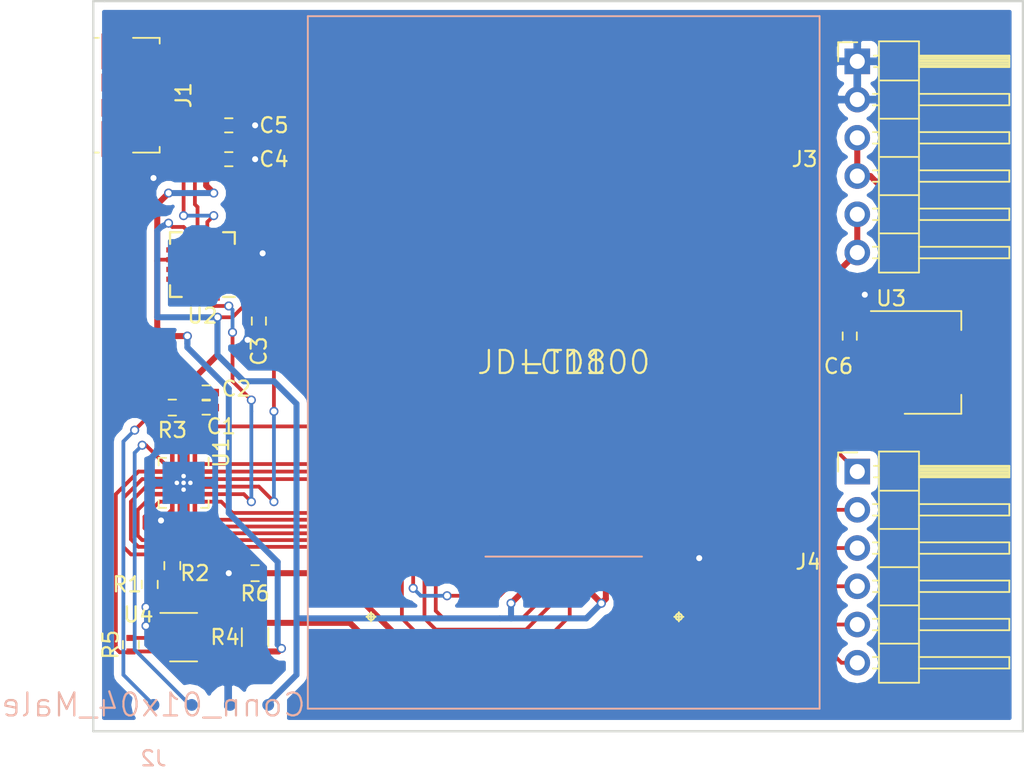
<source format=kicad_pcb>
(kicad_pcb (version 4) (host pcbnew 4.0.7-e2-6376~58~ubuntu14.04.1)

  (general
    (links 86)
    (no_connects 0)
    (area 90.726285 84.924999 158.927858 136.331)
    (thickness 1.6)
    (drawings 5)
    (tracks 354)
    (zones 0)
    (modules 21)
    (nets 25)
  )

  (page USLetter)
  (title_block
    (title tutorial1)
  )

  (layers
    (0 F.Cu signal)
    (31 B.Cu signal)
    (32 B.Adhes user)
    (33 F.Adhes user)
    (34 B.Paste user)
    (35 F.Paste user)
    (36 B.SilkS user)
    (37 F.SilkS user)
    (38 B.Mask user)
    (39 F.Mask user)
    (40 Dwgs.User user)
    (41 Cmts.User user)
    (42 Eco1.User user)
    (43 Eco2.User user)
    (44 Edge.Cuts user)
    (45 Margin user)
    (46 B.CrtYd user)
    (47 F.CrtYd user)
    (48 B.Fab user)
    (49 F.Fab user hide)
  )

  (setup
    (last_trace_width 0.25)
    (user_trace_width 0.4)
    (trace_clearance 0.15)
    (zone_clearance 0.508)
    (zone_45_only no)
    (trace_min 0.2)
    (segment_width 0.2)
    (edge_width 0.15)
    (via_size 0.6)
    (via_drill 0.4)
    (via_min_size 0.4)
    (via_min_drill 0.3)
    (uvia_size 0.3)
    (uvia_drill 0.1)
    (uvias_allowed no)
    (uvia_min_size 0.2)
    (uvia_min_drill 0.1)
    (pcb_text_width 0.3)
    (pcb_text_size 1.5 1.5)
    (mod_edge_width 0.15)
    (mod_text_size 1 1)
    (mod_text_width 0.15)
    (pad_size 1.524 1.524)
    (pad_drill 0.762)
    (pad_to_mask_clearance 0.2)
    (aux_axis_origin 97 133.5)
    (visible_elements FFFEEF7F)
    (pcbplotparams
      (layerselection 0x210fc_80000001)
      (usegerberextensions false)
      (excludeedgelayer true)
      (linewidth 0.100000)
      (plotframeref false)
      (viasonmask false)
      (mode 1)
      (useauxorigin true)
      (hpglpennumber 1)
      (hpglpenspeed 20)
      (hpglpendiameter 15)
      (hpglpenoverlay 2)
      (psnegative false)
      (psa4output false)
      (plotreference false)
      (plotvalue false)
      (plotinvisibletext false)
      (padsonsilk false)
      (subtractmaskfromsilk false)
      (outputformat 1)
      (mirror false)
      (drillshape 0)
      (scaleselection 1)
      (outputdirectory ""))
  )

  (net 0 "")
  (net 1 GND)
  (net 2 N$1)
  (net 3 3.3V)
  (net 4 N$2)
  (net 5 5V)
  (net 6 N$4)
  (net 7 N$3)
  (net 8 N$5)
  (net 9 N$6)
  (net 10 N$7)
  (net 11 3.3VB)
  (net 12 N$11)
  (net 13 N$10)
  (net 14 N$9)
  (net 15 N$8)
  (net 16 5VB)
  (net 17 N$19)
  (net 18 N$18)
  (net 19 N$12)
  (net 20 N$17)
  (net 21 N$16)
  (net 22 N$14)
  (net 23 N$13)
  (net 24 N$15)

  (net_class Default "This is the default net class."
    (clearance 0.15)
    (trace_width 0.25)
    (via_dia 0.6)
    (via_drill 0.4)
    (uvia_dia 0.3)
    (uvia_drill 0.1)
    (add_net 3.3V)
    (add_net 3.3VB)
    (add_net 5V)
    (add_net 5VB)
    (add_net GND)
    (add_net N$1)
    (add_net N$10)
    (add_net N$11)
    (add_net N$12)
    (add_net N$13)
    (add_net N$14)
    (add_net N$15)
    (add_net N$16)
    (add_net N$17)
    (add_net N$18)
    (add_net N$19)
    (add_net N$2)
    (add_net N$3)
    (add_net N$4)
    (add_net N$5)
    (add_net N$6)
    (add_net N$7)
    (add_net N$8)
    (add_net N$9)
  )

  (module Housings_DFN_QFN:SiliconLabs_QFN-20-1EP_3x3mm_Pitch0.5mm_ThermalVias (layer F.Cu) (tedit 5A8E45B2) (tstamp 5A871DD6)
    (at 103 117 270)
    (descr "20-Lead Plastic Quad Flat, No Lead Package - 3x3 mm Body [QFN] with corner pads and thermal vias; see figure 8.2 of https://www.silabs.com/documents/public/data-sheets/efm8bb1-datasheet.pdf")
    (tags "QFN 0.5")
    (attr smd)
    (fp_text reference U1 (at -2 -2.5 270) (layer F.SilkS)
      (effects (font (size 1 1) (thickness 0.15)))
    )
    (fp_text value EFM8BB10F8G-A-QFN20 (at 0 3 270) (layer F.Fab)
      (effects (font (size 1 1) (thickness 0.15)))
    )
    (fp_line (start 1.5 1.5) (end -1.5 1.5) (layer F.Fab) (width 0.1))
    (fp_line (start -1.5 1.5) (end -1.5 -0.5) (layer F.Fab) (width 0.1))
    (fp_line (start -1.5 -0.5) (end -0.5 -1.5) (layer F.Fab) (width 0.1))
    (fp_line (start -0.5 -1.5) (end 1.5 -1.5) (layer F.Fab) (width 0.1))
    (fp_line (start 1.5 -1.5) (end 1.5 1.5) (layer F.Fab) (width 0.1))
    (fp_line (start -2.25 -2.25) (end -2.25 2.25) (layer F.CrtYd) (width 0.05))
    (fp_line (start -2.25 2.25) (end 2.25 2.25) (layer F.CrtYd) (width 0.05))
    (fp_line (start 2.25 2.25) (end 2.25 -2.25) (layer F.CrtYd) (width 0.05))
    (fp_line (start 2.25 -2.25) (end -2.25 -2.25) (layer F.CrtYd) (width 0.05))
    (fp_line (start 1.16 -1.66) (end 1.66 -1.66) (layer F.SilkS) (width 0.12))
    (fp_line (start 1.66 -1.66) (end 1.66 -1.16) (layer F.SilkS) (width 0.12))
    (fp_line (start -1.16 1.66) (end -1.66 1.66) (layer F.SilkS) (width 0.12))
    (fp_line (start -1.66 1.66) (end -1.66 1.16) (layer F.SilkS) (width 0.12))
    (fp_line (start 1.16 1.66) (end 1.66 1.66) (layer F.SilkS) (width 0.12))
    (fp_line (start 1.66 1.66) (end 1.66 1.16) (layer F.SilkS) (width 0.12))
    (fp_line (start -1.66 -1.66) (end -1.16 -1.66) (layer F.SilkS) (width 0.12))
    (fp_text user %R (at -1.75 -2.25 270) (layer F.Fab)
      (effects (font (size 0.65 0.65) (thickness 0.125)))
    )
    (pad 1 smd rect (at -1.25 -1.25 270) (size 0.3 0.3) (layers F.Cu F.Paste F.Mask)
      (net 15 N$8))
    (pad 2 smd rect (at -1.55 -0.75 270) (size 0.9 0.3) (layers F.Cu F.Paste F.Mask)
      (net 10 N$7))
    (pad 3 smd rect (at -1.55 -0.25 270) (size 0.9 0.3) (layers F.Cu F.Paste F.Mask)
      (net 1 GND))
    (pad 4 smd rect (at -1.55 0.25 270) (size 0.9 0.3) (layers F.Cu F.Paste F.Mask)
      (net 3 3.3V))
    (pad 5 smd rect (at -1.55 0.75 270) (size 0.9 0.3) (layers F.Cu F.Paste F.Mask)
      (net 4 N$2))
    (pad 6 smd rect (at -1.25 1.25 270) (size 0.3 0.3) (layers F.Cu F.Paste F.Mask)
      (net 9 N$6))
    (pad 7 smd rect (at -0.75 1.55) (size 0.9 0.3) (layers F.Cu F.Paste F.Mask)
      (net 8 N$5))
    (pad 8 smd rect (at -0.25 1.55) (size 0.9 0.3) (layers F.Cu F.Paste F.Mask)
      (net 2 N$1))
    (pad 9 smd rect (at 0.25 1.55) (size 0.9 0.3) (layers F.Cu F.Paste F.Mask)
      (net 21 N$16))
    (pad 10 smd rect (at 0.75 1.55) (size 0.9 0.3) (layers F.Cu F.Paste F.Mask)
      (net 24 N$15))
    (pad 11 smd rect (at 1.25 1.25 270) (size 0.3 0.3) (layers F.Cu F.Paste F.Mask)
      (net 22 N$14))
    (pad 12 smd rect (at 1.55 0.75 270) (size 0.9 0.3) (layers F.Cu F.Paste F.Mask)
      (net 1 GND))
    (pad 13 smd rect (at 1.55 0.25 270) (size 0.9 0.3) (layers F.Cu F.Paste F.Mask)
      (net 22 N$14))
    (pad 14 smd rect (at 1.55 -0.25 270) (size 0.9 0.3) (layers F.Cu F.Paste F.Mask)
      (net 23 N$13))
    (pad 15 smd rect (at 1.55 -0.75 270) (size 0.9 0.3) (layers F.Cu F.Paste F.Mask)
      (net 19 N$12))
    (pad 16 smd rect (at 1.25 -1.25 270) (size 0.3 0.3) (layers F.Cu F.Paste F.Mask)
      (net 12 N$11))
    (pad 17 smd rect (at 0.75 -1.55) (size 0.9 0.3) (layers F.Cu F.Paste F.Mask)
      (net 6 N$4))
    (pad 18 smd rect (at 0.25 -1.55) (size 0.9 0.3) (layers F.Cu F.Paste F.Mask)
      (net 7 N$3))
    (pad 19 smd rect (at -0.25 -1.55) (size 0.9 0.3) (layers F.Cu F.Paste F.Mask)
      (net 13 N$10))
    (pad 20 smd rect (at -0.75 -1.55) (size 0.9 0.3) (layers F.Cu F.Paste F.Mask)
      (net 14 N$9))
    (pad 21 smd rect (at 0 0 270) (size 2.8 2.8) (layers B.Cu)
      (net 1 GND))
    (pad 21 smd rect (at 0 0 270) (size 1.8 1.8) (layers F.Cu F.Mask)
      (net 1 GND))
    (pad "" smd rect (at -0.45 -0.45 270) (size 0.54 0.54) (layers F.Paste))
    (pad "" smd rect (at -0.45 0.45 270) (size 0.54 0.54) (layers F.Paste))
    (pad "" smd rect (at 0.45 -0.45 270) (size 0.54 0.54) (layers F.Paste))
    (pad "" smd rect (at 0.45 0.45 270) (size 0.54 0.54) (layers F.Paste))
    (pad 21 thru_hole circle (at -0.45 0 270) (size 0.6 0.6) (drill 0.3) (layers *.Cu)
      (net 1 GND))
    (pad 21 thru_hole circle (at 0 -0.45 270) (size 0.6 0.6) (drill 0.3) (layers *.Cu)
      (net 1 GND))
    (pad 21 thru_hole circle (at 0 0 270) (size 0.6 0.6) (drill 0.3) (layers *.Cu)
      (net 1 GND))
    (pad 21 thru_hole circle (at 0 0.45 270) (size 0.6 0.6) (drill 0.3) (layers *.Cu)
      (net 1 GND))
    (pad 21 thru_hole circle (at 0.45 0 270) (size 0.6 0.6) (drill 0.3) (layers *.Cu)
      (net 1 GND))
    (model ${KISYS3DMOD}/Housings_DFN_QFN.3dshapes/SiliconLabs_QFN-20-1EP_3x3mm_Pitch0.5mm.wrl
      (at (xyz 0 0 0))
      (scale (xyz 1 1 1))
      (rotate (xyz 0 0 0))
    )
  )

  (module Capacitors_SMD:C_0402 (layer F.Cu) (tedit 5A8E457A) (tstamp 5A8AEA07)
    (at 106 95.5)
    (descr "Capacitor SMD 0402, reflow soldering, AVX (see smccp.pdf)")
    (tags "capacitor 0402")
    (attr smd)
    (fp_text reference C4 (at 3 0) (layer F.SilkS)
      (effects (font (size 1 1) (thickness 0.15)))
    )
    (fp_text value 0.1uF (at 0 1.27) (layer F.Fab)
      (effects (font (size 1 1) (thickness 0.15)))
    )
    (fp_text user %R (at 3 0) (layer F.Fab)
      (effects (font (size 1 1) (thickness 0.15)))
    )
    (fp_line (start -0.5 0.25) (end -0.5 -0.25) (layer F.Fab) (width 0.1))
    (fp_line (start 0.5 0.25) (end -0.5 0.25) (layer F.Fab) (width 0.1))
    (fp_line (start 0.5 -0.25) (end 0.5 0.25) (layer F.Fab) (width 0.1))
    (fp_line (start -0.5 -0.25) (end 0.5 -0.25) (layer F.Fab) (width 0.1))
    (fp_line (start 0.25 -0.47) (end -0.25 -0.47) (layer F.SilkS) (width 0.12))
    (fp_line (start -0.25 0.47) (end 0.25 0.47) (layer F.SilkS) (width 0.12))
    (fp_line (start -1 -0.4) (end 1 -0.4) (layer F.CrtYd) (width 0.05))
    (fp_line (start -1 -0.4) (end -1 0.4) (layer F.CrtYd) (width 0.05))
    (fp_line (start 1 0.4) (end 1 -0.4) (layer F.CrtYd) (width 0.05))
    (fp_line (start 1 0.4) (end -1 0.4) (layer F.CrtYd) (width 0.05))
    (pad 1 smd rect (at -0.55 0) (size 0.6 0.5) (layers F.Cu F.Paste F.Mask)
      (net 5 5V))
    (pad 2 smd rect (at 0.55 0) (size 0.6 0.5) (layers F.Cu F.Paste F.Mask)
      (net 1 GND))
    (model Capacitors_SMD.3dshapes/C_0402.wrl
      (at (xyz 0 0 0))
      (scale (xyz 1 1 1))
      (rotate (xyz 0 0 0))
    )
  )

  (module JD-T1800 (layer F.Cu) (tedit 200000) (tstamp 5A8AF415)
    (at 128.25 109)
    (attr smd)
    (fp_text reference LCD1 (at 0 0) (layer F.SilkS)
      (effects (font (thickness 0.15)))
    )
    (fp_text value JD-T1800 (at 0 0) (layer F.SilkS)
      (effects (font (thickness 0.15)))
    )
    (fp_line (start -16.99768 -22.9997) (end 16.99768 -22.9997) (layer B.SilkS) (width 0.127))
    (fp_line (start 16.99768 -22.9997) (end 16.99768 22.9997) (layer B.SilkS) (width 0.127))
    (fp_line (start 16.99768 22.9997) (end -16.99768 22.9997) (layer B.SilkS) (width 0.127))
    (fp_line (start -16.99768 22.9997) (end -16.99768 -22.9997) (layer B.SilkS) (width 0.127))
    (fp_line (start -5.19938 12.89812) (end 5.19938 12.89812) (layer B.SilkS) (width 0.127))
    (fp_circle (center -12.79906 16.89862) (end -12.94892 17.04848) (layer F.SilkS) (width 0.127))
    (fp_line (start -13.09878 16.89862) (end -12.49934 16.89862) (layer F.SilkS) (width 0.127))
    (fp_line (start -12.79906 17.19834) (end -12.79906 16.5989) (layer F.SilkS) (width 0.127))
    (fp_circle (center 7.64794 16.89862) (end 7.7978 17.04848) (layer F.SilkS) (width 0.127))
    (fp_line (start 7.34822 16.89862) (end 7.94766 16.89862) (layer F.SilkS) (width 0.127))
    (fp_line (start 7.64794 17.19834) (end 7.64794 16.5989) (layer F.SilkS) (width 0.127))
    (pad 1 smd rect (at 5.19938 13.09878 90) (size 1.99898 0.49784) (layers F.Cu F.Paste F.Mask))
    (pad 2 smd rect (at 4.39928 13.09878 90) (size 1.99898 0.49784) (layers F.Cu F.Paste F.Mask)
      (net 1 GND))
    (pad 3 smd rect (at 3.59918 13.09878 90) (size 1.99898 0.49784) (layers F.Cu F.Paste F.Mask)
      (net 20 N$17))
    (pad 4 smd rect (at 2.79908 13.09878 90) (size 1.99898 0.49784) (layers F.Cu F.Paste F.Mask)
      (net 3 3.3V))
    (pad 5 smd rect (at 1.99898 13.09878 90) (size 1.99898 0.49784) (layers F.Cu F.Paste F.Mask)
      (net 1 GND))
    (pad 6 smd rect (at 1.19888 13.09878 90) (size 1.99898 0.49784) (layers F.Cu F.Paste F.Mask)
      (net 3 3.3V))
    (pad 7 smd rect (at 0.39878 13.09878 90) (size 1.99898 0.49784) (layers F.Cu F.Paste F.Mask)
      (net 21 N$16))
    (pad 8 smd rect (at -0.39878 13.09878 90) (size 1.99898 0.49784) (layers F.Cu F.Paste F.Mask)
      (net 22 N$14))
    (pad 9 smd rect (at -1.19888 13.09878 90) (size 1.99898 0.49784) (layers F.Cu F.Paste F.Mask)
      (net 23 N$13))
    (pad 10 smd rect (at -1.99898 13.09878 90) (size 1.99898 0.49784) (layers F.Cu F.Paste F.Mask)
      (net 3 3.3V))
    (pad 11 smd rect (at -2.79908 13.09878 90) (size 1.99898 0.49784) (layers F.Cu F.Paste F.Mask)
      (net 3 3.3V))
    (pad 12 smd rect (at -3.59918 13.09878 90) (size 1.99898 0.49784) (layers F.Cu F.Paste F.Mask)
      (net 24 N$15))
    (pad 13 smd rect (at -4.39928 13.09878 90) (size 1.99898 0.49784) (layers F.Cu F.Paste F.Mask)
      (net 1 GND))
    (pad 14 smd rect (at -5.19938 13.09878 90) (size 1.99898 0.49784) (layers F.Cu F.Paste F.Mask))
  )

  (module Capacitors_SMD:C_0402 (layer F.Cu) (tedit 5A8E4565) (tstamp 5A8C3FD0)
    (at 106 93.25)
    (descr "Capacitor SMD 0402, reflow soldering, AVX (see smccp.pdf)")
    (tags "capacitor 0402")
    (attr smd)
    (fp_text reference C5 (at 3 0) (layer F.SilkS)
      (effects (font (size 1 1) (thickness 0.15)))
    )
    (fp_text value 10uF (at 0 1.27) (layer F.Fab)
      (effects (font (size 1 1) (thickness 0.15)))
    )
    (fp_text user %R (at 3 0) (layer F.Fab)
      (effects (font (size 1 1) (thickness 0.15)))
    )
    (fp_line (start -0.5 0.25) (end -0.5 -0.25) (layer F.Fab) (width 0.1))
    (fp_line (start 0.5 0.25) (end -0.5 0.25) (layer F.Fab) (width 0.1))
    (fp_line (start 0.5 -0.25) (end 0.5 0.25) (layer F.Fab) (width 0.1))
    (fp_line (start -0.5 -0.25) (end 0.5 -0.25) (layer F.Fab) (width 0.1))
    (fp_line (start 0.25 -0.47) (end -0.25 -0.47) (layer F.SilkS) (width 0.12))
    (fp_line (start -0.25 0.47) (end 0.25 0.47) (layer F.SilkS) (width 0.12))
    (fp_line (start -1 -0.4) (end 1 -0.4) (layer F.CrtYd) (width 0.05))
    (fp_line (start -1 -0.4) (end -1 0.4) (layer F.CrtYd) (width 0.05))
    (fp_line (start 1 0.4) (end 1 -0.4) (layer F.CrtYd) (width 0.05))
    (fp_line (start 1 0.4) (end -1 0.4) (layer F.CrtYd) (width 0.05))
    (pad 1 smd rect (at -0.55 0) (size 0.6 0.5) (layers F.Cu F.Paste F.Mask)
      (net 5 5V))
    (pad 2 smd rect (at 0.55 0) (size 0.6 0.5) (layers F.Cu F.Paste F.Mask)
      (net 1 GND))
    (model Capacitors_SMD.3dshapes/C_0402.wrl
      (at (xyz 0 0 0))
      (scale (xyz 1 1 1))
      (rotate (xyz 0 0 0))
    )
  )

  (module Capacitors_SMD:C_0402 (layer F.Cu) (tedit 5A8E4609) (tstamp 5A8C3FD6)
    (at 147.25 107.25 90)
    (descr "Capacitor SMD 0402, reflow soldering, AVX (see smccp.pdf)")
    (tags "capacitor 0402")
    (attr smd)
    (fp_text reference C6 (at -2 -0.75 180) (layer F.SilkS)
      (effects (font (size 1 1) (thickness 0.15)))
    )
    (fp_text value 0.1uF (at 0 1.27 90) (layer F.Fab)
      (effects (font (size 1 1) (thickness 0.15)))
    )
    (fp_text user %R (at -2 -0.75 180) (layer F.Fab)
      (effects (font (size 1 1) (thickness 0.15)))
    )
    (fp_line (start -0.5 0.25) (end -0.5 -0.25) (layer F.Fab) (width 0.1))
    (fp_line (start 0.5 0.25) (end -0.5 0.25) (layer F.Fab) (width 0.1))
    (fp_line (start 0.5 -0.25) (end 0.5 0.25) (layer F.Fab) (width 0.1))
    (fp_line (start -0.5 -0.25) (end 0.5 -0.25) (layer F.Fab) (width 0.1))
    (fp_line (start 0.25 -0.47) (end -0.25 -0.47) (layer F.SilkS) (width 0.12))
    (fp_line (start -0.25 0.47) (end 0.25 0.47) (layer F.SilkS) (width 0.12))
    (fp_line (start -1 -0.4) (end 1 -0.4) (layer F.CrtYd) (width 0.05))
    (fp_line (start -1 -0.4) (end -1 0.4) (layer F.CrtYd) (width 0.05))
    (fp_line (start 1 0.4) (end 1 -0.4) (layer F.CrtYd) (width 0.05))
    (fp_line (start 1 0.4) (end -1 0.4) (layer F.CrtYd) (width 0.05))
    (pad 1 smd rect (at -0.55 0 90) (size 0.6 0.5) (layers F.Cu F.Paste F.Mask)
      (net 11 3.3VB))
    (pad 2 smd rect (at 0.55 0 90) (size 0.6 0.5) (layers F.Cu F.Paste F.Mask)
      (net 1 GND))
    (model Capacitors_SMD.3dshapes/C_0402.wrl
      (at (xyz 0 0 0))
      (scale (xyz 1 1 1))
      (rotate (xyz 0 0 0))
    )
  )

  (module Capacitors_SMD:C_0402 (layer F.Cu) (tedit 5A8E45A0) (tstamp 5A8C40AD)
    (at 104.5 112)
    (descr "Capacitor SMD 0402, reflow soldering, AVX (see smccp.pdf)")
    (tags "capacitor 0402")
    (attr smd)
    (fp_text reference C1 (at 1 1.25) (layer F.SilkS)
      (effects (font (size 1 1) (thickness 0.15)))
    )
    (fp_text value 0.1uF (at 0 1.27) (layer F.Fab)
      (effects (font (size 1 1) (thickness 0.15)))
    )
    (fp_text user %R (at 1 1.25) (layer F.Fab)
      (effects (font (size 1 1) (thickness 0.15)))
    )
    (fp_line (start -0.5 0.25) (end -0.5 -0.25) (layer F.Fab) (width 0.1))
    (fp_line (start 0.5 0.25) (end -0.5 0.25) (layer F.Fab) (width 0.1))
    (fp_line (start 0.5 -0.25) (end 0.5 0.25) (layer F.Fab) (width 0.1))
    (fp_line (start -0.5 -0.25) (end 0.5 -0.25) (layer F.Fab) (width 0.1))
    (fp_line (start 0.25 -0.47) (end -0.25 -0.47) (layer F.SilkS) (width 0.12))
    (fp_line (start -0.25 0.47) (end 0.25 0.47) (layer F.SilkS) (width 0.12))
    (fp_line (start -1 -0.4) (end 1 -0.4) (layer F.CrtYd) (width 0.05))
    (fp_line (start -1 -0.4) (end -1 0.4) (layer F.CrtYd) (width 0.05))
    (fp_line (start 1 0.4) (end 1 -0.4) (layer F.CrtYd) (width 0.05))
    (fp_line (start 1 0.4) (end -1 0.4) (layer F.CrtYd) (width 0.05))
    (pad 1 smd rect (at -0.55 0) (size 0.6 0.5) (layers F.Cu F.Paste F.Mask)
      (net 3 3.3V))
    (pad 2 smd rect (at 0.55 0) (size 0.6 0.5) (layers F.Cu F.Paste F.Mask)
      (net 1 GND))
    (model Capacitors_SMD.3dshapes/C_0402.wrl
      (at (xyz 0 0 0))
      (scale (xyz 1 1 1))
      (rotate (xyz 0 0 0))
    )
  )

  (module Capacitors_SMD:C_0402 (layer F.Cu) (tedit 5A8E4598) (tstamp 5A8C40B2)
    (at 104.5 111)
    (descr "Capacitor SMD 0402, reflow soldering, AVX (see smccp.pdf)")
    (tags "capacitor 0402")
    (attr smd)
    (fp_text reference C2 (at 2 -0.25) (layer F.SilkS)
      (effects (font (size 1 1) (thickness 0.15)))
    )
    (fp_text value 1uF (at 0 1.27) (layer F.Fab)
      (effects (font (size 1 1) (thickness 0.15)))
    )
    (fp_text user %R (at 2 -0.25) (layer F.Fab)
      (effects (font (size 1 1) (thickness 0.15)))
    )
    (fp_line (start -0.5 0.25) (end -0.5 -0.25) (layer F.Fab) (width 0.1))
    (fp_line (start 0.5 0.25) (end -0.5 0.25) (layer F.Fab) (width 0.1))
    (fp_line (start 0.5 -0.25) (end 0.5 0.25) (layer F.Fab) (width 0.1))
    (fp_line (start -0.5 -0.25) (end 0.5 -0.25) (layer F.Fab) (width 0.1))
    (fp_line (start 0.25 -0.47) (end -0.25 -0.47) (layer F.SilkS) (width 0.12))
    (fp_line (start -0.25 0.47) (end 0.25 0.47) (layer F.SilkS) (width 0.12))
    (fp_line (start -1 -0.4) (end 1 -0.4) (layer F.CrtYd) (width 0.05))
    (fp_line (start -1 -0.4) (end -1 0.4) (layer F.CrtYd) (width 0.05))
    (fp_line (start 1 0.4) (end 1 -0.4) (layer F.CrtYd) (width 0.05))
    (fp_line (start 1 0.4) (end -1 0.4) (layer F.CrtYd) (width 0.05))
    (pad 1 smd rect (at -0.55 0) (size 0.6 0.5) (layers F.Cu F.Paste F.Mask)
      (net 3 3.3V))
    (pad 2 smd rect (at 0.55 0) (size 0.6 0.5) (layers F.Cu F.Paste F.Mask)
      (net 1 GND))
    (model Capacitors_SMD.3dshapes/C_0402.wrl
      (at (xyz 0 0 0))
      (scale (xyz 1 1 1))
      (rotate (xyz 0 0 0))
    )
  )

  (module Capacitors_SMD:C_0402 (layer F.Cu) (tedit 5A8E4585) (tstamp 5A8C40B7)
    (at 108 106.25 270)
    (descr "Capacitor SMD 0402, reflow soldering, AVX (see smccp.pdf)")
    (tags "capacitor 0402")
    (attr smd)
    (fp_text reference C3 (at 2 0 270) (layer F.SilkS)
      (effects (font (size 1 1) (thickness 0.15)))
    )
    (fp_text value 0.1uF (at 0 1.27 270) (layer F.Fab)
      (effects (font (size 1 1) (thickness 0.15)))
    )
    (fp_text user %R (at 2 0 270) (layer F.Fab)
      (effects (font (size 1 1) (thickness 0.15)))
    )
    (fp_line (start -0.5 0.25) (end -0.5 -0.25) (layer F.Fab) (width 0.1))
    (fp_line (start 0.5 0.25) (end -0.5 0.25) (layer F.Fab) (width 0.1))
    (fp_line (start 0.5 -0.25) (end 0.5 0.25) (layer F.Fab) (width 0.1))
    (fp_line (start -0.5 -0.25) (end 0.5 -0.25) (layer F.Fab) (width 0.1))
    (fp_line (start 0.25 -0.47) (end -0.25 -0.47) (layer F.SilkS) (width 0.12))
    (fp_line (start -0.25 0.47) (end 0.25 0.47) (layer F.SilkS) (width 0.12))
    (fp_line (start -1 -0.4) (end 1 -0.4) (layer F.CrtYd) (width 0.05))
    (fp_line (start -1 -0.4) (end -1 0.4) (layer F.CrtYd) (width 0.05))
    (fp_line (start 1 0.4) (end 1 -0.4) (layer F.CrtYd) (width 0.05))
    (fp_line (start 1 0.4) (end -1 0.4) (layer F.CrtYd) (width 0.05))
    (pad 1 smd rect (at -0.55 0 270) (size 0.6 0.5) (layers F.Cu F.Paste F.Mask)
      (net 3 3.3V))
    (pad 2 smd rect (at 0.55 0 270) (size 0.6 0.5) (layers F.Cu F.Paste F.Mask)
      (net 1 GND))
    (model Capacitors_SMD.3dshapes/C_0402.wrl
      (at (xyz 0 0 0))
      (scale (xyz 1 1 1))
      (rotate (xyz 0 0 0))
    )
  )

  (module Connectors_USB:USB_Micro-B_Molex_47346-0001 (layer F.Cu) (tedit 5A8E3AC6) (tstamp 5A8C40BC)
    (at 98.5 91.25 270)
    (descr "Micro USB B receptable with flange, bottom-mount, SMD, right-angle (http://www.molex.com/pdm_docs/sd/473460001_sd.pdf)")
    (tags "Micro B USB SMD")
    (attr smd)
    (fp_text reference J1 (at 0 -4.5 450) (layer F.SilkS)
      (effects (font (size 1 1) (thickness 0.15)))
    )
    (fp_text value USB_OTG (at 0 3.4 450) (layer F.Fab)
      (effects (font (size 1 1) (thickness 0.15)))
    )
    (fp_text user "PCB Edge" (at 0 1.47 450) (layer Dwgs.User)
      (effects (font (size 0.4 0.4) (thickness 0.04)))
    )
    (fp_text user %R (at -3.25 -4.75 270) (layer F.Fab)
      (effects (font (size 1 1) (thickness 0.15)))
    )
    (fp_line (start 3.81 -2.91) (end 3.43 -2.91) (layer F.SilkS) (width 0.12))
    (fp_line (start 4.6 2.7) (end -4.6 2.7) (layer F.CrtYd) (width 0.05))
    (fp_line (start 4.6 -3.9) (end 4.6 2.7) (layer F.CrtYd) (width 0.05))
    (fp_line (start -4.6 -3.9) (end 4.6 -3.9) (layer F.CrtYd) (width 0.05))
    (fp_line (start -4.6 2.7) (end -4.6 -3.9) (layer F.CrtYd) (width 0.05))
    (fp_line (start 3.75 2.15) (end -3.75 2.15) (layer F.Fab) (width 0.1))
    (fp_line (start 3.75 -2.85) (end 3.75 2.15) (layer F.Fab) (width 0.1))
    (fp_line (start -3.75 -2.85) (end 3.75 -2.85) (layer F.Fab) (width 0.1))
    (fp_line (start -3.75 2.15) (end -3.75 -2.85) (layer F.Fab) (width 0.1))
    (fp_line (start 3.81 1.14) (end 3.81 1.4) (layer F.SilkS) (width 0.12))
    (fp_line (start 3.81 -2.91) (end 3.81 -1.14) (layer F.SilkS) (width 0.12))
    (fp_line (start -3.81 -2.91) (end -3.43 -2.91) (layer F.SilkS) (width 0.12))
    (fp_line (start -3.81 -1.14) (end -3.81 -2.91) (layer F.SilkS) (width 0.12))
    (fp_line (start -3.81 1.4) (end -3.81 1.14) (layer F.SilkS) (width 0.12))
    (fp_line (start -3.25 1.45) (end 3.25 1.45) (layer F.Fab) (width 0.1))
    (pad 1 smd rect (at -1.3 -2.66 270) (size 0.45 1.38) (layers F.Cu F.Paste F.Mask)
      (net 5 5V))
    (pad 2 smd rect (at -0.65 -2.66 270) (size 0.45 1.38) (layers F.Cu F.Paste F.Mask)
      (net 17 N$19))
    (pad 3 smd rect (at 0 -2.66 270) (size 0.45 1.38) (layers F.Cu F.Paste F.Mask)
      (net 18 N$18))
    (pad 4 smd rect (at 0.65 -2.66 270) (size 0.45 1.38) (layers F.Cu F.Paste F.Mask))
    (pad 5 smd rect (at 1.3 -2.66 270) (size 0.45 1.38) (layers F.Cu F.Paste F.Mask)
      (net 1 GND))
    (pad 6 smd rect (at -2.4625 -2.3 270) (size 1.475 2.1) (layers F.Cu F.Paste F.Mask)
      (net 1 GND))
    (pad 6 smd rect (at 2.4625 -2.3 270) (size 1.475 2.1) (layers F.Cu F.Paste F.Mask)
      (net 1 GND))
    (pad 6 smd rect (at -2.91 0 270) (size 2.375 1.9) (layers F.Cu F.Paste F.Mask)
      (net 1 GND))
    (pad 6 smd rect (at 2.91 0 270) (size 2.375 1.9) (layers F.Cu F.Paste F.Mask)
      (net 1 GND))
    (pad 6 smd rect (at -0.84 0 270) (size 1.175 1.9) (layers F.Cu F.Paste F.Mask)
      (net 1 GND))
    (pad 6 smd rect (at 0.84 0 270) (size 1.175 1.9) (layers F.Cu F.Paste F.Mask)
      (net 1 GND))
    (model ${KISYS3DMOD}/Connectors_USB.3dshapes/USB_Micro-B_Molex_47346-0001.wrl
      (at (xyz 0 0 0))
      (scale (xyz 1 1 1))
      (rotate (xyz 0 0 0))
    )
  )

  (module Resistors_SMD:R_0402 (layer F.Cu) (tedit 5A8E45BB) (tstamp 5A8C40D1)
    (at 102.25 122.5 90)
    (descr "Resistor SMD 0402, reflow soldering, Vishay (see dcrcw.pdf)")
    (tags "resistor 0402")
    (attr smd)
    (fp_text reference R1 (at -1.25 -3 180) (layer F.SilkS)
      (effects (font (size 1 1) (thickness 0.15)))
    )
    (fp_text value 1180 (at 0 1.45 90) (layer F.Fab)
      (effects (font (size 1 1) (thickness 0.15)))
    )
    (fp_text user %R (at -1.25 -3 180) (layer F.Fab)
      (effects (font (size 1 1) (thickness 0.15)))
    )
    (fp_line (start -0.5 0.25) (end -0.5 -0.25) (layer F.Fab) (width 0.1))
    (fp_line (start 0.5 0.25) (end -0.5 0.25) (layer F.Fab) (width 0.1))
    (fp_line (start 0.5 -0.25) (end 0.5 0.25) (layer F.Fab) (width 0.1))
    (fp_line (start -0.5 -0.25) (end 0.5 -0.25) (layer F.Fab) (width 0.1))
    (fp_line (start 0.25 -0.53) (end -0.25 -0.53) (layer F.SilkS) (width 0.12))
    (fp_line (start -0.25 0.53) (end 0.25 0.53) (layer F.SilkS) (width 0.12))
    (fp_line (start -0.8 -0.45) (end 0.8 -0.45) (layer F.CrtYd) (width 0.05))
    (fp_line (start -0.8 -0.45) (end -0.8 0.45) (layer F.CrtYd) (width 0.05))
    (fp_line (start 0.8 0.45) (end 0.8 -0.45) (layer F.CrtYd) (width 0.05))
    (fp_line (start 0.8 0.45) (end -0.8 0.45) (layer F.CrtYd) (width 0.05))
    (pad 1 smd rect (at -0.45 0 90) (size 0.4 0.6) (layers F.Cu F.Paste F.Mask)
      (net 5 5V))
    (pad 2 smd rect (at 0.45 0 90) (size 0.4 0.6) (layers F.Cu F.Paste F.Mask)
      (net 2 N$1))
    (model ${KISYS3DMOD}/Resistors_SMD.3dshapes/R_0402.wrl
      (at (xyz 0 0 0))
      (scale (xyz 1 1 1))
      (rotate (xyz 0 0 0))
    )
  )

  (module Resistors_SMD:R_0402 (layer F.Cu) (tedit 5A8E45D0) (tstamp 5A8C40D6)
    (at 100.75 123.75 270)
    (descr "Resistor SMD 0402, reflow soldering, Vishay (see dcrcw.pdf)")
    (tags "resistor 0402")
    (attr smd)
    (fp_text reference R2 (at -0.75 -3 360) (layer F.SilkS)
      (effects (font (size 1 1) (thickness 0.15)))
    )
    (fp_text value 1000 (at 0 1.45 270) (layer F.Fab)
      (effects (font (size 1 1) (thickness 0.15)))
    )
    (fp_text user %R (at -0.75 -3 360) (layer F.Fab)
      (effects (font (size 1 1) (thickness 0.15)))
    )
    (fp_line (start -0.5 0.25) (end -0.5 -0.25) (layer F.Fab) (width 0.1))
    (fp_line (start 0.5 0.25) (end -0.5 0.25) (layer F.Fab) (width 0.1))
    (fp_line (start 0.5 -0.25) (end 0.5 0.25) (layer F.Fab) (width 0.1))
    (fp_line (start -0.5 -0.25) (end 0.5 -0.25) (layer F.Fab) (width 0.1))
    (fp_line (start 0.25 -0.53) (end -0.25 -0.53) (layer F.SilkS) (width 0.12))
    (fp_line (start -0.25 0.53) (end 0.25 0.53) (layer F.SilkS) (width 0.12))
    (fp_line (start -0.8 -0.45) (end 0.8 -0.45) (layer F.CrtYd) (width 0.05))
    (fp_line (start -0.8 -0.45) (end -0.8 0.45) (layer F.CrtYd) (width 0.05))
    (fp_line (start 0.8 0.45) (end 0.8 -0.45) (layer F.CrtYd) (width 0.05))
    (fp_line (start 0.8 0.45) (end -0.8 0.45) (layer F.CrtYd) (width 0.05))
    (pad 1 smd rect (at -0.45 0 270) (size 0.4 0.6) (layers F.Cu F.Paste F.Mask)
      (net 2 N$1))
    (pad 2 smd rect (at 0.45 0 270) (size 0.4 0.6) (layers F.Cu F.Paste F.Mask)
      (net 1 GND))
    (model ${KISYS3DMOD}/Resistors_SMD.3dshapes/R_0402.wrl
      (at (xyz 0 0 0))
      (scale (xyz 1 1 1))
      (rotate (xyz 0 0 0))
    )
  )

  (module Resistors_SMD:R_0402 (layer F.Cu) (tedit 5AA00B87) (tstamp 5A8C40DB)
    (at 102.25 112)
    (descr "Resistor SMD 0402, reflow soldering, Vishay (see dcrcw.pdf)")
    (tags "resistor 0402")
    (attr smd)
    (fp_text reference R3 (at 0 1.5) (layer F.SilkS)
      (effects (font (size 1 1) (thickness 0.15)))
    )
    (fp_text value 1K (at 0 1.45) (layer F.Fab)
      (effects (font (size 1 1) (thickness 0.15)))
    )
    (fp_text user %R (at 0 1.5) (layer F.Fab)
      (effects (font (size 1 1) (thickness 0.15)))
    )
    (fp_line (start -0.5 0.25) (end -0.5 -0.25) (layer F.Fab) (width 0.1))
    (fp_line (start 0.5 0.25) (end -0.5 0.25) (layer F.Fab) (width 0.1))
    (fp_line (start 0.5 -0.25) (end 0.5 0.25) (layer F.Fab) (width 0.1))
    (fp_line (start -0.5 -0.25) (end 0.5 -0.25) (layer F.Fab) (width 0.1))
    (fp_line (start 0.25 -0.53) (end -0.25 -0.53) (layer F.SilkS) (width 0.12))
    (fp_line (start -0.25 0.53) (end 0.25 0.53) (layer F.SilkS) (width 0.12))
    (fp_line (start -0.8 -0.45) (end 0.8 -0.45) (layer F.CrtYd) (width 0.05))
    (fp_line (start -0.8 -0.45) (end -0.8 0.45) (layer F.CrtYd) (width 0.05))
    (fp_line (start 0.8 0.45) (end 0.8 -0.45) (layer F.CrtYd) (width 0.05))
    (fp_line (start 0.8 0.45) (end -0.8 0.45) (layer F.CrtYd) (width 0.05))
    (pad 1 smd rect (at -0.45 0) (size 0.4 0.6) (layers F.Cu F.Paste F.Mask)
      (net 4 N$2))
    (pad 2 smd rect (at 0.45 0) (size 0.4 0.6) (layers F.Cu F.Paste F.Mask)
      (net 3 3.3V))
    (model ${KISYS3DMOD}/Resistors_SMD.3dshapes/R_0402.wrl
      (at (xyz 0 0 0))
      (scale (xyz 1 1 1))
      (rotate (xyz 0 0 0))
    )
  )

  (module TO_SOT_Packages_SMD:SOT-223-3Lead_TabPin2 (layer F.Cu) (tedit 5A8E45F5) (tstamp 5A8D59DD)
    (at 152.75 109)
    (descr "module CMS SOT223 4 pins")
    (tags "CMS SOT")
    (attr smd)
    (fp_text reference U3 (at -2.75 -4.25) (layer F.SilkS)
      (effects (font (size 1 1) (thickness 0.15)))
    )
    (fp_text value AP1117-15 (at 0 4.5) (layer F.Fab)
      (effects (font (size 1 1) (thickness 0.15)))
    )
    (fp_text user %R (at -2.75 -4.25 180) (layer F.Fab)
      (effects (font (size 0.8 0.8) (thickness 0.12)))
    )
    (fp_line (start 1.91 3.41) (end 1.91 2.15) (layer F.SilkS) (width 0.12))
    (fp_line (start 1.91 -3.41) (end 1.91 -2.15) (layer F.SilkS) (width 0.12))
    (fp_line (start 4.4 -3.6) (end -4.4 -3.6) (layer F.CrtYd) (width 0.05))
    (fp_line (start 4.4 3.6) (end 4.4 -3.6) (layer F.CrtYd) (width 0.05))
    (fp_line (start -4.4 3.6) (end 4.4 3.6) (layer F.CrtYd) (width 0.05))
    (fp_line (start -4.4 -3.6) (end -4.4 3.6) (layer F.CrtYd) (width 0.05))
    (fp_line (start -1.85 -2.35) (end -0.85 -3.35) (layer F.Fab) (width 0.1))
    (fp_line (start -1.85 -2.35) (end -1.85 3.35) (layer F.Fab) (width 0.1))
    (fp_line (start -1.85 3.41) (end 1.91 3.41) (layer F.SilkS) (width 0.12))
    (fp_line (start -0.85 -3.35) (end 1.85 -3.35) (layer F.Fab) (width 0.1))
    (fp_line (start -4.1 -3.41) (end 1.91 -3.41) (layer F.SilkS) (width 0.12))
    (fp_line (start -1.85 3.35) (end 1.85 3.35) (layer F.Fab) (width 0.1))
    (fp_line (start 1.85 -3.35) (end 1.85 3.35) (layer F.Fab) (width 0.1))
    (pad 2 smd rect (at 3.15 0) (size 2 3.8) (layers F.Cu F.Paste F.Mask)
      (net 11 3.3VB))
    (pad 2 smd rect (at -3.15 0) (size 2 1.5) (layers F.Cu F.Paste F.Mask)
      (net 11 3.3VB))
    (pad 3 smd rect (at -3.15 2.3) (size 2 1.5) (layers F.Cu F.Paste F.Mask)
      (net 16 5VB))
    (pad 1 smd rect (at -3.15 -2.3) (size 2 1.5) (layers F.Cu F.Paste F.Mask)
      (net 1 GND))
    (model ${KISYS3DMOD}/TO_SOT_Packages_SMD.3dshapes/SOT-223.wrl
      (at (xyz 0 0 0))
      (scale (xyz 1 1 1))
      (rotate (xyz 0 0 0))
    )
  )

  (module Resistors_SMD:R_0402 (layer F.Cu) (tedit 58E0A804) (tstamp 5A8D5B30)
    (at 99.5 127.75 90)
    (descr "Resistor SMD 0402, reflow soldering, Vishay (see dcrcw.pdf)")
    (tags "resistor 0402")
    (attr smd)
    (fp_text reference R5 (at 0 -1.35 90) (layer F.SilkS)
      (effects (font (size 1 1) (thickness 0.15)))
    )
    (fp_text value 12K (at 0 1.45 90) (layer F.Fab)
      (effects (font (size 1 1) (thickness 0.15)))
    )
    (fp_text user %R (at 0 -1.35 90) (layer F.Fab)
      (effects (font (size 1 1) (thickness 0.15)))
    )
    (fp_line (start -0.5 0.25) (end -0.5 -0.25) (layer F.Fab) (width 0.1))
    (fp_line (start 0.5 0.25) (end -0.5 0.25) (layer F.Fab) (width 0.1))
    (fp_line (start 0.5 -0.25) (end 0.5 0.25) (layer F.Fab) (width 0.1))
    (fp_line (start -0.5 -0.25) (end 0.5 -0.25) (layer F.Fab) (width 0.1))
    (fp_line (start 0.25 -0.53) (end -0.25 -0.53) (layer F.SilkS) (width 0.12))
    (fp_line (start -0.25 0.53) (end 0.25 0.53) (layer F.SilkS) (width 0.12))
    (fp_line (start -0.8 -0.45) (end 0.8 -0.45) (layer F.CrtYd) (width 0.05))
    (fp_line (start -0.8 -0.45) (end -0.8 0.45) (layer F.CrtYd) (width 0.05))
    (fp_line (start 0.8 0.45) (end 0.8 -0.45) (layer F.CrtYd) (width 0.05))
    (fp_line (start 0.8 0.45) (end -0.8 0.45) (layer F.CrtYd) (width 0.05))
    (pad 1 smd rect (at -0.45 0 90) (size 0.4 0.6) (layers F.Cu F.Paste F.Mask)
      (net 8 N$5))
    (pad 2 smd rect (at 0.45 0 90) (size 0.4 0.6) (layers F.Cu F.Paste F.Mask)
      (net 1 GND))
    (model ${KISYS3DMOD}/Resistors_SMD.3dshapes/R_0402.wrl
      (at (xyz 0 0 0))
      (scale (xyz 1 1 1))
      (rotate (xyz 0 0 0))
    )
  )

  (module Resistors_SMD:R_0402 (layer F.Cu) (tedit 58E0A804) (tstamp 5A8D5B36)
    (at 107.75 123 180)
    (descr "Resistor SMD 0402, reflow soldering, Vishay (see dcrcw.pdf)")
    (tags "resistor 0402")
    (attr smd)
    (fp_text reference R6 (at 0 -1.35 180) (layer F.SilkS)
      (effects (font (size 1 1) (thickness 0.15)))
    )
    (fp_text value 22 (at 0 1.45 180) (layer F.Fab)
      (effects (font (size 1 1) (thickness 0.15)))
    )
    (fp_text user %R (at 0 -1.35 180) (layer F.Fab)
      (effects (font (size 1 1) (thickness 0.15)))
    )
    (fp_line (start -0.5 0.25) (end -0.5 -0.25) (layer F.Fab) (width 0.1))
    (fp_line (start 0.5 0.25) (end -0.5 0.25) (layer F.Fab) (width 0.1))
    (fp_line (start 0.5 -0.25) (end 0.5 0.25) (layer F.Fab) (width 0.1))
    (fp_line (start -0.5 -0.25) (end 0.5 -0.25) (layer F.Fab) (width 0.1))
    (fp_line (start 0.25 -0.53) (end -0.25 -0.53) (layer F.SilkS) (width 0.12))
    (fp_line (start -0.25 0.53) (end 0.25 0.53) (layer F.SilkS) (width 0.12))
    (fp_line (start -0.8 -0.45) (end 0.8 -0.45) (layer F.CrtYd) (width 0.05))
    (fp_line (start -0.8 -0.45) (end -0.8 0.45) (layer F.CrtYd) (width 0.05))
    (fp_line (start 0.8 0.45) (end 0.8 -0.45) (layer F.CrtYd) (width 0.05))
    (fp_line (start 0.8 0.45) (end -0.8 0.45) (layer F.CrtYd) (width 0.05))
    (pad 1 smd rect (at -0.45 0 180) (size 0.4 0.6) (layers F.Cu F.Paste F.Mask)
      (net 20 N$17))
    (pad 2 smd rect (at 0.45 0 180) (size 0.4 0.6) (layers F.Cu F.Paste F.Mask)
      (net 1 GND))
    (model ${KISYS3DMOD}/Resistors_SMD.3dshapes/R_0402.wrl
      (at (xyz 0 0 0))
      (scale (xyz 1 1 1))
      (rotate (xyz 0 0 0))
    )
  )

  (module TO_SOT_Packages_SMD:SOT-23-5 (layer F.Cu) (tedit 5A8E45C8) (tstamp 5A8D5B4B)
    (at 103 127.25)
    (descr "5-pin SOT23 package")
    (tags SOT-23-5)
    (attr smd)
    (fp_text reference U4 (at -3 -1.5) (layer F.SilkS)
      (effects (font (size 1 1) (thickness 0.15)))
    )
    (fp_text value ZXCT1110 (at 0 2.9) (layer F.Fab)
      (effects (font (size 1 1) (thickness 0.15)))
    )
    (fp_text user %R (at -1.25 -2.25 180) (layer F.Fab)
      (effects (font (size 0.5 0.5) (thickness 0.075)))
    )
    (fp_line (start -0.9 1.61) (end 0.9 1.61) (layer F.SilkS) (width 0.12))
    (fp_line (start 0.9 -1.61) (end -1.55 -1.61) (layer F.SilkS) (width 0.12))
    (fp_line (start -1.9 -1.8) (end 1.9 -1.8) (layer F.CrtYd) (width 0.05))
    (fp_line (start 1.9 -1.8) (end 1.9 1.8) (layer F.CrtYd) (width 0.05))
    (fp_line (start 1.9 1.8) (end -1.9 1.8) (layer F.CrtYd) (width 0.05))
    (fp_line (start -1.9 1.8) (end -1.9 -1.8) (layer F.CrtYd) (width 0.05))
    (fp_line (start -0.9 -0.9) (end -0.25 -1.55) (layer F.Fab) (width 0.1))
    (fp_line (start 0.9 -1.55) (end -0.25 -1.55) (layer F.Fab) (width 0.1))
    (fp_line (start -0.9 -0.9) (end -0.9 1.55) (layer F.Fab) (width 0.1))
    (fp_line (start 0.9 1.55) (end -0.9 1.55) (layer F.Fab) (width 0.1))
    (fp_line (start 0.9 -1.55) (end 0.9 1.55) (layer F.Fab) (width 0.1))
    (pad 1 smd rect (at -1.1 -0.95) (size 1.06 0.65) (layers F.Cu F.Paste F.Mask))
    (pad 2 smd rect (at -1.1 0) (size 1.06 0.65) (layers F.Cu F.Paste F.Mask)
      (net 1 GND))
    (pad 3 smd rect (at -1.1 0.95) (size 1.06 0.65) (layers F.Cu F.Paste F.Mask)
      (net 8 N$5))
    (pad 4 smd rect (at 1.1 0.95) (size 1.06 0.65) (layers F.Cu F.Paste F.Mask)
      (net 5 5V))
    (pad 5 smd rect (at 1.1 -0.95) (size 1.06 0.65) (layers F.Cu F.Paste F.Mask)
      (net 16 5VB))
    (model ${KISYS3DMOD}/TO_SOT_Packages_SMD.3dshapes/SOT-23-5.wrl
      (at (xyz 0 0 0))
      (scale (xyz 1 1 1))
      (rotate (xyz 0 0 0))
    )
  )

  (module Pin_Headers:Pin_Header_Angled_1x06_Pitch2.54mm (layer F.Cu) (tedit 5A8E4603) (tstamp 5A8D5BF0)
    (at 147.75 89)
    (descr "Through hole angled pin header, 1x06, 2.54mm pitch, 6mm pin length, single row")
    (tags "Through hole angled pin header THT 1x06 2.54mm single row")
    (fp_text reference J3 (at -3.5 6.5) (layer F.SilkS)
      (effects (font (size 1 1) (thickness 0.15)))
    )
    (fp_text value Conn_01x06_Male (at 4.385 14.97) (layer F.Fab)
      (effects (font (size 1 1) (thickness 0.15)))
    )
    (fp_line (start 2.135 -1.27) (end 4.04 -1.27) (layer F.Fab) (width 0.1))
    (fp_line (start 4.04 -1.27) (end 4.04 13.97) (layer F.Fab) (width 0.1))
    (fp_line (start 4.04 13.97) (end 1.5 13.97) (layer F.Fab) (width 0.1))
    (fp_line (start 1.5 13.97) (end 1.5 -0.635) (layer F.Fab) (width 0.1))
    (fp_line (start 1.5 -0.635) (end 2.135 -1.27) (layer F.Fab) (width 0.1))
    (fp_line (start -0.32 -0.32) (end 1.5 -0.32) (layer F.Fab) (width 0.1))
    (fp_line (start -0.32 -0.32) (end -0.32 0.32) (layer F.Fab) (width 0.1))
    (fp_line (start -0.32 0.32) (end 1.5 0.32) (layer F.Fab) (width 0.1))
    (fp_line (start 4.04 -0.32) (end 10.04 -0.32) (layer F.Fab) (width 0.1))
    (fp_line (start 10.04 -0.32) (end 10.04 0.32) (layer F.Fab) (width 0.1))
    (fp_line (start 4.04 0.32) (end 10.04 0.32) (layer F.Fab) (width 0.1))
    (fp_line (start -0.32 2.22) (end 1.5 2.22) (layer F.Fab) (width 0.1))
    (fp_line (start -0.32 2.22) (end -0.32 2.86) (layer F.Fab) (width 0.1))
    (fp_line (start -0.32 2.86) (end 1.5 2.86) (layer F.Fab) (width 0.1))
    (fp_line (start 4.04 2.22) (end 10.04 2.22) (layer F.Fab) (width 0.1))
    (fp_line (start 10.04 2.22) (end 10.04 2.86) (layer F.Fab) (width 0.1))
    (fp_line (start 4.04 2.86) (end 10.04 2.86) (layer F.Fab) (width 0.1))
    (fp_line (start -0.32 4.76) (end 1.5 4.76) (layer F.Fab) (width 0.1))
    (fp_line (start -0.32 4.76) (end -0.32 5.4) (layer F.Fab) (width 0.1))
    (fp_line (start -0.32 5.4) (end 1.5 5.4) (layer F.Fab) (width 0.1))
    (fp_line (start 4.04 4.76) (end 10.04 4.76) (layer F.Fab) (width 0.1))
    (fp_line (start 10.04 4.76) (end 10.04 5.4) (layer F.Fab) (width 0.1))
    (fp_line (start 4.04 5.4) (end 10.04 5.4) (layer F.Fab) (width 0.1))
    (fp_line (start -0.32 7.3) (end 1.5 7.3) (layer F.Fab) (width 0.1))
    (fp_line (start -0.32 7.3) (end -0.32 7.94) (layer F.Fab) (width 0.1))
    (fp_line (start -0.32 7.94) (end 1.5 7.94) (layer F.Fab) (width 0.1))
    (fp_line (start 4.04 7.3) (end 10.04 7.3) (layer F.Fab) (width 0.1))
    (fp_line (start 10.04 7.3) (end 10.04 7.94) (layer F.Fab) (width 0.1))
    (fp_line (start 4.04 7.94) (end 10.04 7.94) (layer F.Fab) (width 0.1))
    (fp_line (start -0.32 9.84) (end 1.5 9.84) (layer F.Fab) (width 0.1))
    (fp_line (start -0.32 9.84) (end -0.32 10.48) (layer F.Fab) (width 0.1))
    (fp_line (start -0.32 10.48) (end 1.5 10.48) (layer F.Fab) (width 0.1))
    (fp_line (start 4.04 9.84) (end 10.04 9.84) (layer F.Fab) (width 0.1))
    (fp_line (start 10.04 9.84) (end 10.04 10.48) (layer F.Fab) (width 0.1))
    (fp_line (start 4.04 10.48) (end 10.04 10.48) (layer F.Fab) (width 0.1))
    (fp_line (start -0.32 12.38) (end 1.5 12.38) (layer F.Fab) (width 0.1))
    (fp_line (start -0.32 12.38) (end -0.32 13.02) (layer F.Fab) (width 0.1))
    (fp_line (start -0.32 13.02) (end 1.5 13.02) (layer F.Fab) (width 0.1))
    (fp_line (start 4.04 12.38) (end 10.04 12.38) (layer F.Fab) (width 0.1))
    (fp_line (start 10.04 12.38) (end 10.04 13.02) (layer F.Fab) (width 0.1))
    (fp_line (start 4.04 13.02) (end 10.04 13.02) (layer F.Fab) (width 0.1))
    (fp_line (start 1.44 -1.33) (end 1.44 14.03) (layer F.SilkS) (width 0.12))
    (fp_line (start 1.44 14.03) (end 4.1 14.03) (layer F.SilkS) (width 0.12))
    (fp_line (start 4.1 14.03) (end 4.1 -1.33) (layer F.SilkS) (width 0.12))
    (fp_line (start 4.1 -1.33) (end 1.44 -1.33) (layer F.SilkS) (width 0.12))
    (fp_line (start 4.1 -0.38) (end 10.1 -0.38) (layer F.SilkS) (width 0.12))
    (fp_line (start 10.1 -0.38) (end 10.1 0.38) (layer F.SilkS) (width 0.12))
    (fp_line (start 10.1 0.38) (end 4.1 0.38) (layer F.SilkS) (width 0.12))
    (fp_line (start 4.1 -0.32) (end 10.1 -0.32) (layer F.SilkS) (width 0.12))
    (fp_line (start 4.1 -0.2) (end 10.1 -0.2) (layer F.SilkS) (width 0.12))
    (fp_line (start 4.1 -0.08) (end 10.1 -0.08) (layer F.SilkS) (width 0.12))
    (fp_line (start 4.1 0.04) (end 10.1 0.04) (layer F.SilkS) (width 0.12))
    (fp_line (start 4.1 0.16) (end 10.1 0.16) (layer F.SilkS) (width 0.12))
    (fp_line (start 4.1 0.28) (end 10.1 0.28) (layer F.SilkS) (width 0.12))
    (fp_line (start 1.11 -0.38) (end 1.44 -0.38) (layer F.SilkS) (width 0.12))
    (fp_line (start 1.11 0.38) (end 1.44 0.38) (layer F.SilkS) (width 0.12))
    (fp_line (start 1.44 1.27) (end 4.1 1.27) (layer F.SilkS) (width 0.12))
    (fp_line (start 4.1 2.16) (end 10.1 2.16) (layer F.SilkS) (width 0.12))
    (fp_line (start 10.1 2.16) (end 10.1 2.92) (layer F.SilkS) (width 0.12))
    (fp_line (start 10.1 2.92) (end 4.1 2.92) (layer F.SilkS) (width 0.12))
    (fp_line (start 1.042929 2.16) (end 1.44 2.16) (layer F.SilkS) (width 0.12))
    (fp_line (start 1.042929 2.92) (end 1.44 2.92) (layer F.SilkS) (width 0.12))
    (fp_line (start 1.44 3.81) (end 4.1 3.81) (layer F.SilkS) (width 0.12))
    (fp_line (start 4.1 4.7) (end 10.1 4.7) (layer F.SilkS) (width 0.12))
    (fp_line (start 10.1 4.7) (end 10.1 5.46) (layer F.SilkS) (width 0.12))
    (fp_line (start 10.1 5.46) (end 4.1 5.46) (layer F.SilkS) (width 0.12))
    (fp_line (start 1.042929 4.7) (end 1.44 4.7) (layer F.SilkS) (width 0.12))
    (fp_line (start 1.042929 5.46) (end 1.44 5.46) (layer F.SilkS) (width 0.12))
    (fp_line (start 1.44 6.35) (end 4.1 6.35) (layer F.SilkS) (width 0.12))
    (fp_line (start 4.1 7.24) (end 10.1 7.24) (layer F.SilkS) (width 0.12))
    (fp_line (start 10.1 7.24) (end 10.1 8) (layer F.SilkS) (width 0.12))
    (fp_line (start 10.1 8) (end 4.1 8) (layer F.SilkS) (width 0.12))
    (fp_line (start 1.042929 7.24) (end 1.44 7.24) (layer F.SilkS) (width 0.12))
    (fp_line (start 1.042929 8) (end 1.44 8) (layer F.SilkS) (width 0.12))
    (fp_line (start 1.44 8.89) (end 4.1 8.89) (layer F.SilkS) (width 0.12))
    (fp_line (start 4.1 9.78) (end 10.1 9.78) (layer F.SilkS) (width 0.12))
    (fp_line (start 10.1 9.78) (end 10.1 10.54) (layer F.SilkS) (width 0.12))
    (fp_line (start 10.1 10.54) (end 4.1 10.54) (layer F.SilkS) (width 0.12))
    (fp_line (start 1.042929 9.78) (end 1.44 9.78) (layer F.SilkS) (width 0.12))
    (fp_line (start 1.042929 10.54) (end 1.44 10.54) (layer F.SilkS) (width 0.12))
    (fp_line (start 1.44 11.43) (end 4.1 11.43) (layer F.SilkS) (width 0.12))
    (fp_line (start 4.1 12.32) (end 10.1 12.32) (layer F.SilkS) (width 0.12))
    (fp_line (start 10.1 12.32) (end 10.1 13.08) (layer F.SilkS) (width 0.12))
    (fp_line (start 10.1 13.08) (end 4.1 13.08) (layer F.SilkS) (width 0.12))
    (fp_line (start 1.042929 12.32) (end 1.44 12.32) (layer F.SilkS) (width 0.12))
    (fp_line (start 1.042929 13.08) (end 1.44 13.08) (layer F.SilkS) (width 0.12))
    (fp_line (start -1.27 0) (end -1.27 -1.27) (layer F.SilkS) (width 0.12))
    (fp_line (start -1.27 -1.27) (end 0 -1.27) (layer F.SilkS) (width 0.12))
    (fp_line (start -1.8 -1.8) (end -1.8 14.5) (layer F.CrtYd) (width 0.05))
    (fp_line (start -1.8 14.5) (end 10.55 14.5) (layer F.CrtYd) (width 0.05))
    (fp_line (start 10.55 14.5) (end 10.55 -1.8) (layer F.CrtYd) (width 0.05))
    (fp_line (start 10.55 -1.8) (end -1.8 -1.8) (layer F.CrtYd) (width 0.05))
    (fp_text user %R (at -3.25 6.5 90) (layer F.Fab)
      (effects (font (size 1 1) (thickness 0.15)))
    )
    (pad 1 thru_hole rect (at 0 0) (size 1.7 1.7) (drill 1) (layers *.Cu *.Mask)
      (net 1 GND))
    (pad 2 thru_hole oval (at 0 2.54) (size 1.7 1.7) (drill 1) (layers *.Cu *.Mask)
      (net 1 GND))
    (pad 3 thru_hole oval (at 0 5.08) (size 1.7 1.7) (drill 1) (layers *.Cu *.Mask)
      (net 11 3.3VB))
    (pad 4 thru_hole oval (at 0 7.62) (size 1.7 1.7) (drill 1) (layers *.Cu *.Mask)
      (net 11 3.3VB))
    (pad 5 thru_hole oval (at 0 10.16) (size 1.7 1.7) (drill 1) (layers *.Cu *.Mask)
      (net 16 5VB))
    (pad 6 thru_hole oval (at 0 12.7) (size 1.7 1.7) (drill 1) (layers *.Cu *.Mask)
      (net 16 5VB))
    (model ${KISYS3DMOD}/Pin_Headers.3dshapes/Pin_Header_Angled_1x06_Pitch2.54mm.wrl
      (at (xyz 0 0 0))
      (scale (xyz 1 1 1))
      (rotate (xyz 0 0 0))
    )
  )

  (module Pin_Headers:Pin_Header_Angled_1x06_Pitch2.54mm (layer F.Cu) (tedit 5A8E45FE) (tstamp 5A8D5BFA)
    (at 147.75 116.25)
    (descr "Through hole angled pin header, 1x06, 2.54mm pitch, 6mm pin length, single row")
    (tags "Through hole angled pin header THT 1x06 2.54mm single row")
    (fp_text reference J4 (at -3.25 6) (layer F.SilkS)
      (effects (font (size 1 1) (thickness 0.15)))
    )
    (fp_text value Conn_01x06_Male (at 4.385 14.97) (layer F.Fab)
      (effects (font (size 1 1) (thickness 0.15)))
    )
    (fp_line (start 2.135 -1.27) (end 4.04 -1.27) (layer F.Fab) (width 0.1))
    (fp_line (start 4.04 -1.27) (end 4.04 13.97) (layer F.Fab) (width 0.1))
    (fp_line (start 4.04 13.97) (end 1.5 13.97) (layer F.Fab) (width 0.1))
    (fp_line (start 1.5 13.97) (end 1.5 -0.635) (layer F.Fab) (width 0.1))
    (fp_line (start 1.5 -0.635) (end 2.135 -1.27) (layer F.Fab) (width 0.1))
    (fp_line (start -0.32 -0.32) (end 1.5 -0.32) (layer F.Fab) (width 0.1))
    (fp_line (start -0.32 -0.32) (end -0.32 0.32) (layer F.Fab) (width 0.1))
    (fp_line (start -0.32 0.32) (end 1.5 0.32) (layer F.Fab) (width 0.1))
    (fp_line (start 4.04 -0.32) (end 10.04 -0.32) (layer F.Fab) (width 0.1))
    (fp_line (start 10.04 -0.32) (end 10.04 0.32) (layer F.Fab) (width 0.1))
    (fp_line (start 4.04 0.32) (end 10.04 0.32) (layer F.Fab) (width 0.1))
    (fp_line (start -0.32 2.22) (end 1.5 2.22) (layer F.Fab) (width 0.1))
    (fp_line (start -0.32 2.22) (end -0.32 2.86) (layer F.Fab) (width 0.1))
    (fp_line (start -0.32 2.86) (end 1.5 2.86) (layer F.Fab) (width 0.1))
    (fp_line (start 4.04 2.22) (end 10.04 2.22) (layer F.Fab) (width 0.1))
    (fp_line (start 10.04 2.22) (end 10.04 2.86) (layer F.Fab) (width 0.1))
    (fp_line (start 4.04 2.86) (end 10.04 2.86) (layer F.Fab) (width 0.1))
    (fp_line (start -0.32 4.76) (end 1.5 4.76) (layer F.Fab) (width 0.1))
    (fp_line (start -0.32 4.76) (end -0.32 5.4) (layer F.Fab) (width 0.1))
    (fp_line (start -0.32 5.4) (end 1.5 5.4) (layer F.Fab) (width 0.1))
    (fp_line (start 4.04 4.76) (end 10.04 4.76) (layer F.Fab) (width 0.1))
    (fp_line (start 10.04 4.76) (end 10.04 5.4) (layer F.Fab) (width 0.1))
    (fp_line (start 4.04 5.4) (end 10.04 5.4) (layer F.Fab) (width 0.1))
    (fp_line (start -0.32 7.3) (end 1.5 7.3) (layer F.Fab) (width 0.1))
    (fp_line (start -0.32 7.3) (end -0.32 7.94) (layer F.Fab) (width 0.1))
    (fp_line (start -0.32 7.94) (end 1.5 7.94) (layer F.Fab) (width 0.1))
    (fp_line (start 4.04 7.3) (end 10.04 7.3) (layer F.Fab) (width 0.1))
    (fp_line (start 10.04 7.3) (end 10.04 7.94) (layer F.Fab) (width 0.1))
    (fp_line (start 4.04 7.94) (end 10.04 7.94) (layer F.Fab) (width 0.1))
    (fp_line (start -0.32 9.84) (end 1.5 9.84) (layer F.Fab) (width 0.1))
    (fp_line (start -0.32 9.84) (end -0.32 10.48) (layer F.Fab) (width 0.1))
    (fp_line (start -0.32 10.48) (end 1.5 10.48) (layer F.Fab) (width 0.1))
    (fp_line (start 4.04 9.84) (end 10.04 9.84) (layer F.Fab) (width 0.1))
    (fp_line (start 10.04 9.84) (end 10.04 10.48) (layer F.Fab) (width 0.1))
    (fp_line (start 4.04 10.48) (end 10.04 10.48) (layer F.Fab) (width 0.1))
    (fp_line (start -0.32 12.38) (end 1.5 12.38) (layer F.Fab) (width 0.1))
    (fp_line (start -0.32 12.38) (end -0.32 13.02) (layer F.Fab) (width 0.1))
    (fp_line (start -0.32 13.02) (end 1.5 13.02) (layer F.Fab) (width 0.1))
    (fp_line (start 4.04 12.38) (end 10.04 12.38) (layer F.Fab) (width 0.1))
    (fp_line (start 10.04 12.38) (end 10.04 13.02) (layer F.Fab) (width 0.1))
    (fp_line (start 4.04 13.02) (end 10.04 13.02) (layer F.Fab) (width 0.1))
    (fp_line (start 1.44 -1.33) (end 1.44 14.03) (layer F.SilkS) (width 0.12))
    (fp_line (start 1.44 14.03) (end 4.1 14.03) (layer F.SilkS) (width 0.12))
    (fp_line (start 4.1 14.03) (end 4.1 -1.33) (layer F.SilkS) (width 0.12))
    (fp_line (start 4.1 -1.33) (end 1.44 -1.33) (layer F.SilkS) (width 0.12))
    (fp_line (start 4.1 -0.38) (end 10.1 -0.38) (layer F.SilkS) (width 0.12))
    (fp_line (start 10.1 -0.38) (end 10.1 0.38) (layer F.SilkS) (width 0.12))
    (fp_line (start 10.1 0.38) (end 4.1 0.38) (layer F.SilkS) (width 0.12))
    (fp_line (start 4.1 -0.32) (end 10.1 -0.32) (layer F.SilkS) (width 0.12))
    (fp_line (start 4.1 -0.2) (end 10.1 -0.2) (layer F.SilkS) (width 0.12))
    (fp_line (start 4.1 -0.08) (end 10.1 -0.08) (layer F.SilkS) (width 0.12))
    (fp_line (start 4.1 0.04) (end 10.1 0.04) (layer F.SilkS) (width 0.12))
    (fp_line (start 4.1 0.16) (end 10.1 0.16) (layer F.SilkS) (width 0.12))
    (fp_line (start 4.1 0.28) (end 10.1 0.28) (layer F.SilkS) (width 0.12))
    (fp_line (start 1.11 -0.38) (end 1.44 -0.38) (layer F.SilkS) (width 0.12))
    (fp_line (start 1.11 0.38) (end 1.44 0.38) (layer F.SilkS) (width 0.12))
    (fp_line (start 1.44 1.27) (end 4.1 1.27) (layer F.SilkS) (width 0.12))
    (fp_line (start 4.1 2.16) (end 10.1 2.16) (layer F.SilkS) (width 0.12))
    (fp_line (start 10.1 2.16) (end 10.1 2.92) (layer F.SilkS) (width 0.12))
    (fp_line (start 10.1 2.92) (end 4.1 2.92) (layer F.SilkS) (width 0.12))
    (fp_line (start 1.042929 2.16) (end 1.44 2.16) (layer F.SilkS) (width 0.12))
    (fp_line (start 1.042929 2.92) (end 1.44 2.92) (layer F.SilkS) (width 0.12))
    (fp_line (start 1.44 3.81) (end 4.1 3.81) (layer F.SilkS) (width 0.12))
    (fp_line (start 4.1 4.7) (end 10.1 4.7) (layer F.SilkS) (width 0.12))
    (fp_line (start 10.1 4.7) (end 10.1 5.46) (layer F.SilkS) (width 0.12))
    (fp_line (start 10.1 5.46) (end 4.1 5.46) (layer F.SilkS) (width 0.12))
    (fp_line (start 1.042929 4.7) (end 1.44 4.7) (layer F.SilkS) (width 0.12))
    (fp_line (start 1.042929 5.46) (end 1.44 5.46) (layer F.SilkS) (width 0.12))
    (fp_line (start 1.44 6.35) (end 4.1 6.35) (layer F.SilkS) (width 0.12))
    (fp_line (start 4.1 7.24) (end 10.1 7.24) (layer F.SilkS) (width 0.12))
    (fp_line (start 10.1 7.24) (end 10.1 8) (layer F.SilkS) (width 0.12))
    (fp_line (start 10.1 8) (end 4.1 8) (layer F.SilkS) (width 0.12))
    (fp_line (start 1.042929 7.24) (end 1.44 7.24) (layer F.SilkS) (width 0.12))
    (fp_line (start 1.042929 8) (end 1.44 8) (layer F.SilkS) (width 0.12))
    (fp_line (start 1.44 8.89) (end 4.1 8.89) (layer F.SilkS) (width 0.12))
    (fp_line (start 4.1 9.78) (end 10.1 9.78) (layer F.SilkS) (width 0.12))
    (fp_line (start 10.1 9.78) (end 10.1 10.54) (layer F.SilkS) (width 0.12))
    (fp_line (start 10.1 10.54) (end 4.1 10.54) (layer F.SilkS) (width 0.12))
    (fp_line (start 1.042929 9.78) (end 1.44 9.78) (layer F.SilkS) (width 0.12))
    (fp_line (start 1.042929 10.54) (end 1.44 10.54) (layer F.SilkS) (width 0.12))
    (fp_line (start 1.44 11.43) (end 4.1 11.43) (layer F.SilkS) (width 0.12))
    (fp_line (start 4.1 12.32) (end 10.1 12.32) (layer F.SilkS) (width 0.12))
    (fp_line (start 10.1 12.32) (end 10.1 13.08) (layer F.SilkS) (width 0.12))
    (fp_line (start 10.1 13.08) (end 4.1 13.08) (layer F.SilkS) (width 0.12))
    (fp_line (start 1.042929 12.32) (end 1.44 12.32) (layer F.SilkS) (width 0.12))
    (fp_line (start 1.042929 13.08) (end 1.44 13.08) (layer F.SilkS) (width 0.12))
    (fp_line (start -1.27 0) (end -1.27 -1.27) (layer F.SilkS) (width 0.12))
    (fp_line (start -1.27 -1.27) (end 0 -1.27) (layer F.SilkS) (width 0.12))
    (fp_line (start -1.8 -1.8) (end -1.8 14.5) (layer F.CrtYd) (width 0.05))
    (fp_line (start -1.8 14.5) (end 10.55 14.5) (layer F.CrtYd) (width 0.05))
    (fp_line (start 10.55 14.5) (end 10.55 -1.8) (layer F.CrtYd) (width 0.05))
    (fp_line (start 10.55 -1.8) (end -1.8 -1.8) (layer F.CrtYd) (width 0.05))
    (fp_text user %R (at -3 6 90) (layer F.Fab)
      (effects (font (size 1 1) (thickness 0.15)))
    )
    (pad 1 thru_hole rect (at 0 0) (size 1.7 1.7) (drill 1) (layers *.Cu *.Mask)
      (net 10 N$7))
    (pad 2 thru_hole oval (at 0 2.54) (size 1.7 1.7) (drill 1) (layers *.Cu *.Mask)
      (net 15 N$8))
    (pad 3 thru_hole oval (at 0 5.08) (size 1.7 1.7) (drill 1) (layers *.Cu *.Mask)
      (net 14 N$9))
    (pad 4 thru_hole oval (at 0 7.62) (size 1.7 1.7) (drill 1) (layers *.Cu *.Mask)
      (net 13 N$10))
    (pad 5 thru_hole oval (at 0 10.16) (size 1.7 1.7) (drill 1) (layers *.Cu *.Mask)
      (net 12 N$11))
    (pad 6 thru_hole oval (at 0 12.7) (size 1.7 1.7) (drill 1) (layers *.Cu *.Mask)
      (net 19 N$12))
    (model ${KISYS3DMOD}/Pin_Headers.3dshapes/Pin_Header_Angled_1x06_Pitch2.54mm.wrl
      (at (xyz 0 0 0))
      (scale (xyz 1 1 1))
      (rotate (xyz 0 0 0))
    )
  )

  (module Resistors_SMD:R_0805 (layer F.Cu) (tedit 5A8E45DB) (tstamp 5A8D86BC)
    (at 107.75 127.25 90)
    (descr "Resistor SMD 0805, reflow soldering, Vishay (see dcrcw.pdf)")
    (tags "resistor 0805")
    (attr smd)
    (fp_text reference R4 (at 0 -2 180) (layer F.SilkS)
      (effects (font (size 1 1) (thickness 0.15)))
    )
    (fp_text value .1 (at 0 1.75 90) (layer F.Fab)
      (effects (font (size 1 1) (thickness 0.15)))
    )
    (fp_text user %R (at 0 -1.75 180) (layer F.Fab)
      (effects (font (size 0.5 0.5) (thickness 0.075)))
    )
    (fp_line (start -1 0.62) (end -1 -0.62) (layer F.Fab) (width 0.1))
    (fp_line (start 1 0.62) (end -1 0.62) (layer F.Fab) (width 0.1))
    (fp_line (start 1 -0.62) (end 1 0.62) (layer F.Fab) (width 0.1))
    (fp_line (start -1 -0.62) (end 1 -0.62) (layer F.Fab) (width 0.1))
    (fp_line (start 0.6 0.88) (end -0.6 0.88) (layer F.SilkS) (width 0.12))
    (fp_line (start -0.6 -0.88) (end 0.6 -0.88) (layer F.SilkS) (width 0.12))
    (fp_line (start -1.55 -0.9) (end 1.55 -0.9) (layer F.CrtYd) (width 0.05))
    (fp_line (start -1.55 -0.9) (end -1.55 0.9) (layer F.CrtYd) (width 0.05))
    (fp_line (start 1.55 0.9) (end 1.55 -0.9) (layer F.CrtYd) (width 0.05))
    (fp_line (start 1.55 0.9) (end -1.55 0.9) (layer F.CrtYd) (width 0.05))
    (pad 1 smd rect (at -0.95 0 90) (size 0.7 1.3) (layers F.Cu F.Paste F.Mask)
      (net 5 5V))
    (pad 2 smd rect (at 0.95 0 90) (size 0.7 1.3) (layers F.Cu F.Paste F.Mask)
      (net 16 5VB))
    (model ${KISYS3DMOD}/Resistors_SMD.3dshapes/R_0805.wrl
      (at (xyz 0 0 0))
      (scale (xyz 1 1 1))
      (rotate (xyz 0 0 0))
    )
  )

  (module Housings_DFN_QFN:QFN-16-1EP_4x4mm_Pitch0.65mm (layer F.Cu) (tedit 54130A77) (tstamp 5AAD9233)
    (at 104.25 102.5 180)
    (descr "16-Lead Plastic Quad Flat, No Lead Package (ML) - 4x4x0.9 mm Body [QFN]; (see Microchip Packaging Specification 00000049BS.pdf)")
    (tags "QFN 0.65")
    (attr smd)
    (fp_text reference U2 (at 0 -3.4 180) (layer F.SilkS)
      (effects (font (size 1 1) (thickness 0.15)))
    )
    (fp_text value FT230XQ (at 0 3.4 180) (layer F.Fab)
      (effects (font (size 1 1) (thickness 0.15)))
    )
    (fp_line (start -1 -2) (end 2 -2) (layer F.Fab) (width 0.15))
    (fp_line (start 2 -2) (end 2 2) (layer F.Fab) (width 0.15))
    (fp_line (start 2 2) (end -2 2) (layer F.Fab) (width 0.15))
    (fp_line (start -2 2) (end -2 -1) (layer F.Fab) (width 0.15))
    (fp_line (start -2 -1) (end -1 -2) (layer F.Fab) (width 0.15))
    (fp_line (start -2.65 -2.65) (end -2.65 2.65) (layer F.CrtYd) (width 0.05))
    (fp_line (start 2.65 -2.65) (end 2.65 2.65) (layer F.CrtYd) (width 0.05))
    (fp_line (start -2.65 -2.65) (end 2.65 -2.65) (layer F.CrtYd) (width 0.05))
    (fp_line (start -2.65 2.65) (end 2.65 2.65) (layer F.CrtYd) (width 0.05))
    (fp_line (start 2.15 -2.15) (end 2.15 -1.375) (layer F.SilkS) (width 0.15))
    (fp_line (start -2.15 2.15) (end -2.15 1.375) (layer F.SilkS) (width 0.15))
    (fp_line (start 2.15 2.15) (end 2.15 1.375) (layer F.SilkS) (width 0.15))
    (fp_line (start -2.15 -2.15) (end -1.375 -2.15) (layer F.SilkS) (width 0.15))
    (fp_line (start -2.15 2.15) (end -1.375 2.15) (layer F.SilkS) (width 0.15))
    (fp_line (start 2.15 2.15) (end 1.375 2.15) (layer F.SilkS) (width 0.15))
    (fp_line (start 2.15 -2.15) (end 1.375 -2.15) (layer F.SilkS) (width 0.15))
    (pad 1 smd rect (at -2 -0.975 180) (size 0.8 0.35) (layers F.Cu F.Paste F.Mask)
      (net 3 3.3V))
    (pad 2 smd rect (at -2 -0.325 180) (size 0.8 0.35) (layers F.Cu F.Paste F.Mask)
      (net 7 N$3))
    (pad 3 smd rect (at -2 0.325 180) (size 0.8 0.35) (layers F.Cu F.Paste F.Mask)
      (net 1 GND))
    (pad 4 smd rect (at -2 0.975 180) (size 0.8 0.35) (layers F.Cu F.Paste F.Mask))
    (pad 5 smd rect (at -0.975 2 270) (size 0.8 0.35) (layers F.Cu F.Paste F.Mask))
    (pad 6 smd rect (at -0.325 2 270) (size 0.8 0.35) (layers F.Cu F.Paste F.Mask)
      (net 18 N$18))
    (pad 7 smd rect (at 0.325 2 270) (size 0.8 0.35) (layers F.Cu F.Paste F.Mask)
      (net 17 N$19))
    (pad 8 smd rect (at 0.975 2 270) (size 0.8 0.35) (layers F.Cu F.Paste F.Mask)
      (net 3 3.3V))
    (pad 9 smd rect (at 2 0.975 180) (size 0.8 0.35) (layers F.Cu F.Paste F.Mask))
    (pad 10 smd rect (at 2 0.325 180) (size 0.8 0.35) (layers F.Cu F.Paste F.Mask)
      (net 5 5V))
    (pad 11 smd rect (at 2 -0.325 180) (size 0.8 0.35) (layers F.Cu F.Paste F.Mask))
    (pad 12 smd rect (at 2 -0.975 180) (size 0.8 0.35) (layers F.Cu F.Paste F.Mask))
    (pad 13 smd rect (at 0.975 -2 270) (size 0.8 0.35) (layers F.Cu F.Paste F.Mask)
      (net 1 GND))
    (pad 14 smd rect (at 0.325 -2 270) (size 0.8 0.35) (layers F.Cu F.Paste F.Mask))
    (pad 15 smd rect (at -0.325 -2 270) (size 0.8 0.35) (layers F.Cu F.Paste F.Mask)
      (net 6 N$4))
    (pad 16 smd rect (at -0.975 -2 270) (size 0.8 0.35) (layers F.Cu F.Paste F.Mask))
    (pad 17 smd rect (at 0.625 0.625 180) (size 1.25 1.25) (layers F.Cu F.Paste F.Mask)
      (net 1 GND) (solder_paste_margin_ratio -0.2))
    (pad 17 smd rect (at 0.625 -0.625 180) (size 1.25 1.25) (layers F.Cu F.Paste F.Mask)
      (net 1 GND) (solder_paste_margin_ratio -0.2))
    (pad 17 smd rect (at -0.625 0.625 180) (size 1.25 1.25) (layers F.Cu F.Paste F.Mask)
      (net 1 GND) (solder_paste_margin_ratio -0.2))
    (pad 17 smd rect (at -0.625 -0.625 180) (size 1.25 1.25) (layers F.Cu F.Paste F.Mask)
      (net 1 GND) (solder_paste_margin_ratio -0.2))
    (model ${KISYS3DMOD}/Housings_DFN_QFN.3dshapes/QFN-16-1EP_4x4mm_Pitch0.65mm.wrl
      (at (xyz 0 0 0))
      (scale (xyz 1 1 1))
      (rotate (xyz 0 0 0))
    )
  )

  (module tutorial1:POGO4 (layer B.Cu) (tedit 5A1BAF6E) (tstamp 5B172292)
    (at 101 131.75)
    (fp_text reference J2 (at 0 3.556) (layer B.SilkS)
      (effects (font (size 1 1) (thickness 0.15)) (justify mirror))
    )
    (fp_text value Conn_01x04_Male (at 0 0) (layer B.SilkS)
      (effects (font (thickness 0.15)) (justify mirror))
    )
    (pad 4 smd circle (at 0 0) (size 0.7874 0.7874) (layers B.Cu B.Mask)
      (net 4 N$2))
    (pad 3 smd circle (at 2.54 0) (size 0.7874 0.7874) (layers B.Cu B.Mask)
      (net 9 N$6))
    (pad 2 smd circle (at 5.08 0) (size 0.7874 0.7874) (layers B.Cu B.Mask)
      (net 1 GND))
    (pad 1 smd circle (at 7.62 0) (size 0.7874 0.7874) (layers B.Cu B.Mask)
      (net 3 3.3V))
  )

  (gr_line (start 97 85) (end 97.75 85) (angle 90) (layer Edge.Cuts) (width 0.15))
  (gr_line (start 97 133.5) (end 97 85) (angle 90) (layer Edge.Cuts) (width 0.15))
  (gr_line (start 158.75 133.5) (end 97 133.5) (angle 90) (layer Edge.Cuts) (width 0.15))
  (gr_line (start 158.75 85) (end 158.75 133.5) (angle 90) (layer Edge.Cuts) (width 0.15))
  (gr_line (start 97.75 85) (end 158.75 85) (angle 90) (layer Edge.Cuts) (width 0.15))

  (segment (start 106.25 102.175) (end 107.825 102.175) (width 0.25) (layer F.Cu) (net 1))
  (segment (start 108.5 102) (end 108.5 102.25) (width 0.25) (layer B.Cu) (net 1) (tstamp 5AAE7D6A))
  (segment (start 108.25 101.75) (end 108.5 102) (width 0.25) (layer B.Cu) (net 1) (tstamp 5AAE7D69))
  (via (at 108.25 101.75) (size 0.6) (drill 0.4) (layers F.Cu B.Cu) (net 1))
  (segment (start 107.825 102.175) (end 108.25 101.75) (width 0.25) (layer F.Cu) (net 1) (tstamp 5AAE7D59))
  (segment (start 106.25 102.175) (end 105.175 102.175) (width 0.25) (layer F.Cu) (net 1))
  (segment (start 105.175 102.175) (end 104.875 101.875) (width 0.25) (layer F.Cu) (net 1) (tstamp 5AAE7D4A))
  (segment (start 103.275 104.5) (end 103.275 103.475) (width 0.25) (layer F.Cu) (net 1))
  (segment (start 103.275 103.475) (end 103.625 103.125) (width 0.25) (layer F.Cu) (net 1) (tstamp 5AAE7D1F))
  (segment (start 103.8 102.05) (end 104.7 102.05) (width 0.25) (layer F.Cu) (net 1))
  (segment (start 104.7 102.05) (end 104.7 102.95) (width 0.25) (layer F.Cu) (net 1) (tstamp 5AA00743))
  (segment (start 103.8 102.95) (end 103.8 102.05) (width 0.25) (layer F.Cu) (net 1))
  (segment (start 104.9 102.25) (end 104.7 102.05) (width 0.25) (layer F.Cu) (net 1) (tstamp 5AA00729))
  (segment (start 107.25 107.5) (end 107.25 108) (width 0.25) (layer B.Cu) (net 1) (tstamp 5AA006FF))
  (via (at 107.25 107.5) (size 0.6) (drill 0.4) (layers F.Cu B.Cu) (net 1))
  (segment (start 107.95 106.8) (end 107.25 107.5) (width 0.25) (layer F.Cu) (net 1) (tstamp 5AA006F7))
  (segment (start 108 106.8) (end 107.95 106.8) (width 0.25) (layer F.Cu) (net 1))
  (segment (start 103.8 102.95) (end 103.5 103.25) (width 0.25) (layer F.Cu) (net 1))
  (segment (start 102.25 118.55) (end 102.25 118.75) (width 0.25) (layer F.Cu) (net 1))
  (segment (start 102.25 118.75) (end 101.5 119.5) (width 0.25) (layer F.Cu) (net 1) (tstamp 5A8E399B))
  (segment (start 106 123) (end 105.25 123) (width 0.4) (layer B.Cu) (net 1) (tstamp 5A8E30AC))
  (segment (start 105 123) (end 105.25 123) (width 0.25) (layer B.Cu) (net 1) (tstamp 5A8E39A4))
  (segment (start 101.5 119.5) (end 105 123) (width 0.25) (layer B.Cu) (net 1) (tstamp 5A8E39A3))
  (via (at 101.5 119.5) (size 0.6) (drill 0.4) (layers F.Cu B.Cu) (net 1))
  (segment (start 100.5 125.25) (end 104.75 125.25) (width 0.25) (layer B.Cu) (net 1))
  (segment (start 106 124) (end 106 123) (width 0.25) (layer B.Cu) (net 1) (tstamp 5A8E3949))
  (segment (start 104.75 125.25) (end 106 124) (width 0.25) (layer B.Cu) (net 1) (tstamp 5A8E3943))
  (segment (start 103.25 115.45) (end 103.25 116.3) (width 0.25) (layer F.Cu) (net 1))
  (segment (start 103.25 116.3) (end 103 116.55) (width 0.25) (layer F.Cu) (net 1))
  (segment (start 102.25 118.55) (end 102.25 117.75) (width 0.25) (layer F.Cu) (net 1))
  (segment (start 102.25 117.75) (end 103 117) (width 0.25) (layer F.Cu) (net 1))
  (segment (start 148.25 104.5) (end 147.5 104.5) (width 0.4) (layer B.Cu) (net 1))
  (segment (start 149.6 106.7) (end 149.6 105.85) (width 0.4) (layer F.Cu) (net 1))
  (via (at 148.25 104.5) (size 0.6) (drill 0.4) (layers F.Cu B.Cu) (net 1))
  (segment (start 149.6 105.85) (end 148.25 104.5) (width 0.4) (layer F.Cu) (net 1))
  (segment (start 100.8 93.7125) (end 100.8 96.55) (width 0.4) (layer F.Cu) (net 1))
  (segment (start 101 96.75) (end 101.75 96.75) (width 0.4) (layer B.Cu) (net 1) (tstamp 5A8E34DC))
  (via (at 101 96.75) (size 0.6) (drill 0.4) (layers F.Cu B.Cu) (net 1))
  (segment (start 100.8 96.55) (end 101 96.75) (width 0.4) (layer F.Cu) (net 1) (tstamp 5A8E34D9))
  (segment (start 106.55 95.5) (end 107.75 95.5) (width 0.25) (layer F.Cu) (net 1))
  (segment (start 107.75 95.5) (end 108.5 95.5) (width 0.25) (layer B.Cu) (net 1) (tstamp 5A8E34B0))
  (via (at 107.75 95.5) (size 0.6) (drill 0.4) (layers F.Cu B.Cu) (net 1))
  (segment (start 105.05 112) (end 105.05 111) (width 0.25) (layer F.Cu) (net 1))
  (segment (start 106.55 93.25) (end 107.75 93.25) (width 0.4) (layer F.Cu) (net 1))
  (segment (start 107.75 93.25) (end 108.5 93.25) (width 0.4) (layer B.Cu) (net 1) (tstamp 5A8E3372))
  (via (at 107.75 93.25) (size 0.6) (drill 0.4) (layers F.Cu B.Cu) (net 1))
  (segment (start 107.3 123) (end 106 123) (width 0.4) (layer F.Cu) (net 1))
  (via (at 106 123) (size 0.6) (drill 0.4) (layers F.Cu B.Cu) (net 1))
  (segment (start 100.75 124.2) (end 100.75 125) (width 0.25) (layer F.Cu) (net 1))
  (segment (start 100.75 126.75) (end 100.5 126.5) (width 0.25) (layer F.Cu) (net 1) (tstamp 5A8E3051))
  (via (at 100.5 126.5) (size 0.6) (drill 0.4) (layers F.Cu B.Cu) (net 1))
  (segment (start 100.5 126.5) (end 100.5 126) (width 0.25) (layer B.Cu) (net 1) (tstamp 5A8E3054))
  (segment (start 100.75 126.75) (end 100.75 127.3) (width 0.25) (layer F.Cu) (net 1))
  (segment (start 100.5 125.25) (end 100.5 126) (width 0.25) (layer B.Cu) (net 1) (tstamp 5A8E3082))
  (via (at 100.5 125.25) (size 0.6) (drill 0.4) (layers F.Cu B.Cu) (net 1))
  (segment (start 100.75 125) (end 100.5 125.25) (width 0.25) (layer F.Cu) (net 1) (tstamp 5A8E307E))
  (segment (start 130.24898 122.09878) (end 130.24898 120.25) (width 0.4) (layer F.Cu) (net 1))
  (segment (start 130.24898 120.25) (end 130.25 120.25) (width 0.4) (layer F.Cu) (net 1) (tstamp 5A8E3022))
  (segment (start 132.64928 122.09878) (end 132.64928 120.25) (width 0.4) (layer F.Cu) (net 1))
  (segment (start 132.64928 120.25) (end 132.5 120.25) (width 0.4) (layer F.Cu) (net 1) (tstamp 5A8E3019))
  (segment (start 123.85072 122.09878) (end 123.85072 120.39928) (width 0.4) (layer F.Cu) (net 1))
  (segment (start 137.25 122) (end 137.25 123) (width 0.4) (layer B.Cu) (net 1) (tstamp 5A8E300A))
  (via (at 137.25 122) (size 0.6) (drill 0.4) (layers F.Cu B.Cu) (net 1))
  (segment (start 135.5 120.25) (end 137.25 122) (width 0.4) (layer F.Cu) (net 1) (tstamp 5A8E3002))
  (segment (start 124 120.25) (end 130.25 120.25) (width 0.4) (layer F.Cu) (net 1) (tstamp 5A8E2FFA))
  (segment (start 130.25 120.25) (end 132.5 120.25) (width 0.4) (layer F.Cu) (net 1) (tstamp 5A8E3025))
  (segment (start 132.5 120.25) (end 135.5 120.25) (width 0.4) (layer F.Cu) (net 1) (tstamp 5A8E3020))
  (segment (start 123.85072 120.39928) (end 124 120.25) (width 0.4) (layer F.Cu) (net 1) (tstamp 5A8E2FEF))
  (segment (start 98.5 88.34) (end 98.5 90.41) (width 0.25) (layer F.Cu) (net 1))
  (segment (start 98.5 90.41) (end 98.5 92.09) (width 0.25) (layer F.Cu) (net 1) (tstamp 5A8E2C2F))
  (segment (start 98.5 92.09) (end 98.5 94.16) (width 0.25) (layer F.Cu) (net 1) (tstamp 5A8E2C33))
  (segment (start 98.5 94.16) (end 98.9475 93.7125) (width 0.25) (layer F.Cu) (net 1) (tstamp 5A8E2C35))
  (segment (start 98.9475 93.7125) (end 100.8 93.7125) (width 0.25) (layer F.Cu) (net 1) (tstamp 5A8E2C36))
  (segment (start 100.8 93.7125) (end 101.16 93.3525) (width 0.25) (layer F.Cu) (net 1) (tstamp 5A8E2C37))
  (segment (start 101.16 93.3525) (end 101.16 92.55) (width 0.25) (layer F.Cu) (net 1) (tstamp 5A8E2C3A))
  (segment (start 98.5 88.34) (end 100.3525 88.34) (width 0.25) (layer F.Cu) (net 1))
  (segment (start 100.3525 88.34) (end 100.8 88.7875) (width 0.25) (layer F.Cu) (net 1) (tstamp 5A8E2C2B))
  (segment (start 149.6 106.7) (end 147.25 106.7) (width 0.25) (layer F.Cu) (net 1))
  (segment (start 103.25 115.45) (end 103.25 113) (width 0.25) (layer F.Cu) (net 1))
  (segment (start 105.05 112.45) (end 105.05 112) (width 0.25) (layer F.Cu) (net 1) (tstamp 5A8DA8BD))
  (segment (start 104.75 112.75) (end 105.05 112.45) (width 0.25) (layer F.Cu) (net 1) (tstamp 5A8DA8BB))
  (segment (start 104 112.75) (end 104.75 112.75) (width 0.25) (layer F.Cu) (net 1) (tstamp 5A8DA8B8))
  (segment (start 103.75 113) (end 104 112.75) (width 0.25) (layer F.Cu) (net 1) (tstamp 5A8DA8B5))
  (segment (start 103.25 113) (end 103.75 113) (width 0.25) (layer F.Cu) (net 1) (tstamp 5A8DA8B2))
  (segment (start 101.9 127.25) (end 101.85 127.3) (width 0.25) (layer F.Cu) (net 1))
  (segment (start 101.85 127.3) (end 100.75 127.3) (width 0.25) (layer F.Cu) (net 1) (tstamp 5A8D8C2C))
  (segment (start 100.75 127.3) (end 99.5 127.3) (width 0.25) (layer F.Cu) (net 1) (tstamp 5A8E304F))
  (segment (start 100.75 123.3) (end 100.75 122.25) (width 0.25) (layer F.Cu) (net 2) (status 10))
  (segment (start 100.75 122.25) (end 101.25 121.75) (width 0.25) (layer F.Cu) (net 2) (tstamp 5A8D8FF1))
  (segment (start 102.25 122.05) (end 101.95 121.75) (width 0.25) (layer F.Cu) (net 2) (tstamp 5A8D8E82))
  (segment (start 101.95 121.75) (end 101.25 121.75) (width 0.25) (layer F.Cu) (net 2) (tstamp 5A8D8E85))
  (segment (start 101.25 121.75) (end 99.5 121.75) (width 0.25) (layer F.Cu) (net 2) (tstamp 5A8D8FF5))
  (segment (start 99.5 121.75) (end 99 121.25) (width 0.25) (layer F.Cu) (net 2) (tstamp 5A8D8E89))
  (segment (start 99 121.25) (end 99 118) (width 0.25) (layer F.Cu) (net 2) (tstamp 5A8D8E8F))
  (segment (start 99 118) (end 100.25 116.75) (width 0.25) (layer F.Cu) (net 2) (tstamp 5A8D8E91))
  (segment (start 100.25 116.75) (end 101.45 116.75) (width 0.25) (layer F.Cu) (net 2) (tstamp 5A8D8E94))
  (segment (start 103.275 100.5) (end 103.275 100.275) (width 0.25) (layer F.Cu) (net 3))
  (segment (start 103.275 100.275) (end 103 100) (width 0.25) (layer F.Cu) (net 3) (tstamp 5AAE7D96))
  (segment (start 103 100) (end 102.25 100) (width 0.25) (layer F.Cu) (net 3) (tstamp 5AAE7D9B))
  (segment (start 102.25 100) (end 102 99.75) (width 0.25) (layer F.Cu) (net 3) (tstamp 5AAE7D9F))
  (via (at 102 99.75) (size 0.6) (drill 0.4) (layers F.Cu B.Cu) (net 3))
  (segment (start 107.5 104.5) (end 107.5 104) (width 0.25) (layer F.Cu) (net 3))
  (segment (start 106.775 104) (end 106.25 103.475) (width 0.25) (layer F.Cu) (net 3) (tstamp 5AAE7CBC))
  (segment (start 107.5 104) (end 106.775 104) (width 0.25) (layer F.Cu) (net 3) (tstamp 5AAE7CB9))
  (segment (start 108 105.7) (end 108 105) (width 0.25) (layer F.Cu) (net 3))
  (segment (start 108 105) (end 107.5 104.5) (width 0.25) (layer F.Cu) (net 3) (tstamp 5AA006EE))
  (segment (start 105.25 106) (end 101.25 106) (width 0.4) (layer B.Cu) (net 3))
  (segment (start 101.5 100) (end 102 99.75) (width 0.4) (layer B.Cu) (net 3) (tstamp 5AA00634))
  (segment (start 101.25 100.25) (end 101.5 100) (width 0.4) (layer B.Cu) (net 3) (tstamp 5AA0062C))
  (segment (start 101.25 106) (end 101.25 100.25) (width 0.4) (layer B.Cu) (net 3) (tstamp 5AA00624))
  (via (at 105.25 106) (size 0.6) (drill 0.4) (layers F.Cu B.Cu) (net 3))
  (segment (start 105.25 106) (end 106.25 106) (width 0.25) (layer F.Cu) (net 3) (tstamp 5AA004D5))
  (segment (start 107.5 104.75) (end 107.5 104.5) (width 0.25) (layer F.Cu) (net 3) (tstamp 5AA004DF))
  (segment (start 106.25 106) (end 107.5 104.75) (width 0.25) (layer F.Cu) (net 3) (tstamp 5AA004D6))
  (segment (start 129.75 126) (end 124.75 126) (width 0.4) (layer B.Cu) (net 3))
  (segment (start 124.75 126) (end 124 126) (width 0.4) (layer B.Cu) (net 3))
  (segment (start 124.75 125) (end 124.75 126) (width 0.4) (layer B.Cu) (net 3))
  (segment (start 125.75 124.25) (end 125.5 124.25) (width 0.4) (layer F.Cu) (net 3))
  (via (at 124.75 125) (size 0.6) (drill 0.4) (layers F.Cu B.Cu) (net 3))
  (segment (start 125.5 124.25) (end 124.75 125) (width 0.4) (layer F.Cu) (net 3) (tstamp 5A8E361A))
  (segment (start 125.45092 122.09878) (end 125.45092 123.95092) (width 0.4) (layer F.Cu) (net 3))
  (segment (start 126.25102 123.74898) (end 125.75 124.25) (width 0.4) (layer F.Cu) (net 3) (tstamp 5A8E3611))
  (segment (start 126.25102 123.74898) (end 126.25102 122.09878) (width 0.4) (layer F.Cu) (net 3))
  (segment (start 125.45092 123.95092) (end 125.75 124.25) (width 0.4) (layer F.Cu) (net 3) (tstamp 5A8E3617))
  (segment (start 129.44888 122.09878) (end 129.44888 123.69888) (width 0.4) (layer F.Cu) (net 3))
  (segment (start 129.44888 123.69888) (end 130.75 125) (width 0.4) (layer F.Cu) (net 3) (tstamp 5A8E35F4))
  (segment (start 131.04908 122.09878) (end 131.04908 124.70092) (width 0.4) (layer F.Cu) (net 3))
  (via (at 130.75 125) (size 0.6) (drill 0.4) (layers F.Cu B.Cu) (net 3))
  (segment (start 130.75 125) (end 129.75 126) (width 0.4) (layer B.Cu) (net 3) (tstamp 5A8E35E6))
  (segment (start 131.04908 124.70092) (end 130.75 125) (width 0.4) (layer F.Cu) (net 3) (tstamp 5A8E35E2))
  (segment (start 103.95 112) (end 103.95 111) (width 0.25) (layer F.Cu) (net 3))
  (segment (start 105.25 108.5) (end 105.25 106) (width 0.4) (layer B.Cu) (net 3) (tstamp 5A8E2E35))
  (segment (start 107 110.25) (end 105.25 108.5) (width 0.4) (layer B.Cu) (net 3) (tstamp 5A8E2E2D))
  (segment (start 109 110.25) (end 107 110.25) (width 0.4) (layer B.Cu) (net 3) (tstamp 5A8E2E29))
  (segment (start 110.5 111.75) (end 109 110.25) (width 0.4) (layer B.Cu) (net 3) (tstamp 5A8E2E22))
  (segment (start 110.5 112.25) (end 110.5 111.75) (width 0.4) (layer B.Cu) (net 3) (tstamp 5A8E2E0E))
  (segment (start 110.5 126) (end 110.5 112.25) (width 0.4) (layer B.Cu) (net 3) (tstamp 5A8E35EB))
  (segment (start 105.25 106) (end 105.25 108.5) (width 0.4) (layer F.Cu) (net 3))
  (segment (start 102.7 111.05) (end 102.7 112) (width 0.4) (layer F.Cu) (net 3) (tstamp 5A8E2D4F))
  (segment (start 105.25 108.5) (end 102.7 111.05) (width 0.4) (layer F.Cu) (net 3) (tstamp 5A8E2D46))
  (segment (start 105.25 106) (end 105.275 106.025) (width 0.4) (layer F.Cu) (net 3) (tstamp 5A8E2CC0))
  (segment (start 105.25 106) (end 105.25 106) (width 0.4) (layer B.Cu) (net 3) (tstamp 5A8E2CB7))
  (segment (start 103.95 112) (end 102.7 112) (width 0.25) (layer F.Cu) (net 3))
  (segment (start 102.75 115.45) (end 102.75 112.05) (width 0.25) (layer F.Cu) (net 3))
  (segment (start 102.75 112.05) (end 102.7 112) (width 0.25) (layer F.Cu) (net 3) (tstamp 5A8D90DD))
  (segment (start 124 126) (end 110.5 126) (width 0.4) (layer B.Cu) (net 3) (tstamp 5A8E362A))
  (segment (start 110.5 129.75) (end 110.5 126) (width 0.4) (layer B.Cu) (net 3) (tstamp 5A8E2E08))
  (segment (start 108.5 131.75) (end 110.5 129.75) (width 0.4) (layer B.Cu) (net 3))
  (segment (start 99 114.25) (end 99.75 113.5) (width 0.25) (layer B.Cu) (net 4))
  (segment (start 100.88 131.63) (end 99 129.75) (width 0.25) (layer B.Cu) (net 4) (tstamp 5A8D8A93) (status 10))
  (segment (start 99 129.75) (end 99 114.25) (width 0.25) (layer B.Cu) (net 4) (tstamp 5A8D8AA7))
  (segment (start 100.88 131.75) (end 100.88 131.63) (width 0.25) (layer B.Cu) (net 4) (status 30))
  (segment (start 102.25 115.45) (end 102.25 113.75) (width 0.25) (layer F.Cu) (net 4))
  (segment (start 102.25 113.75) (end 100.875 112.375) (width 0.25) (layer F.Cu) (net 4) (tstamp 5A8D8B79))
  (segment (start 101.25 112) (end 101.8 112) (width 0.25) (layer F.Cu) (net 4) (tstamp 5A8D8B6C))
  (segment (start 99.75 113.5) (end 100.875 112.375) (width 0.25) (layer F.Cu) (net 4) (tstamp 5A8D8B6B))
  (segment (start 100.875 112.375) (end 101.25 112) (width 0.25) (layer F.Cu) (net 4) (tstamp 5A8D8B7F))
  (via (at 99.75 113.5) (size 0.6) (drill 0.4) (layers F.Cu B.Cu) (net 4))
  (segment (start 102.25 102.175) (end 101.325 102.175) (width 0.25) (layer F.Cu) (net 5))
  (segment (start 101.325 102.175) (end 101.25 102.25) (width 0.25) (layer F.Cu) (net 5) (tstamp 5AAD98E0))
  (segment (start 101.25 102.25) (end 101.25 106.75) (width 0.4) (layer F.Cu) (net 5))
  (via (at 103.25 107.25) (size 0.6) (drill 0.4) (layers F.Cu B.Cu) (net 5))
  (segment (start 101.75 107.25) (end 103.25 107.25) (width 0.4) (layer F.Cu) (net 5) (tstamp 5AA007A5))
  (segment (start 101.25 106.75) (end 101.75 107.25) (width 0.4) (layer F.Cu) (net 5) (tstamp 5AA0079F))
  (segment (start 103.25 107.25) (end 103.25 107.75) (width 0.4) (layer B.Cu) (net 5) (tstamp 5AA007AA))
  (segment (start 104.5 97.25) (end 105 97.75) (width 0.4) (layer F.Cu) (net 5) (tstamp 5AA0056E))
  (via (at 105 97.75) (size 0.6) (drill 0.4) (layers F.Cu B.Cu) (net 5))
  (segment (start 105 97.75) (end 102 97.75) (width 0.4) (layer B.Cu) (net 5) (tstamp 5AA00575))
  (via (at 102 97.75) (size 0.6) (drill 0.4) (layers F.Cu B.Cu) (net 5))
  (segment (start 102 97.75) (end 101.25 98.5) (width 0.4) (layer F.Cu) (net 5) (tstamp 5AA0057B))
  (segment (start 101.25 98.5) (end 101.25 102.25) (width 0.4) (layer F.Cu) (net 5) (tstamp 5AA0057C))
  (segment (start 104.5 97.25) (end 104.5 95.5) (width 0.4) (layer F.Cu) (net 5))
  (segment (start 103.25 108) (end 103.25 107.75) (width 0.4) (layer B.Cu) (net 5) (tstamp 5A8E3184))
  (segment (start 103.25 107.75) (end 103.25 107.25) (width 0.4) (layer B.Cu) (net 5) (tstamp 5AA007AD))
  (segment (start 106 110.75) (end 103.25 108) (width 0.4) (layer B.Cu) (net 5) (tstamp 5A8E3179))
  (segment (start 106 119) (end 106 110.75) (width 0.4) (layer B.Cu) (net 5) (tstamp 5A8E3175))
  (segment (start 109.25 122.25) (end 106 119) (width 0.4) (layer B.Cu) (net 5) (tstamp 5A8E3171))
  (segment (start 109.25 127.75) (end 109.25 122.25) (width 0.4) (layer B.Cu) (net 5) (tstamp 5A8E316B))
  (segment (start 109.5 128) (end 109.25 127.75) (width 0.4) (layer B.Cu) (net 5) (tstamp 5A8E316A))
  (via (at 109.5 128) (size 0.6) (drill 0.4) (layers F.Cu B.Cu) (net 5))
  (segment (start 109.3 128.2) (end 109.5 128) (width 0.4) (layer F.Cu) (net 5) (tstamp 5A8E3163))
  (segment (start 104.5 95.5) (end 105.45 95.5) (width 0.25) (layer F.Cu) (net 5))
  (segment (start 107.75 128.2) (end 109.3 128.2) (width 0.4) (layer F.Cu) (net 5))
  (segment (start 105.45 93.25) (end 104.5 93.25) (width 0.25) (layer F.Cu) (net 5))
  (segment (start 101.16 89.95) (end 103.2 89.95) (width 0.4) (layer F.Cu) (net 5))
  (segment (start 104.5 95.5) (end 104.5 93.25) (width 0.4) (layer F.Cu) (net 5) (tstamp 5A8E34B4))
  (segment (start 104.5 93.25) (end 104.5 91.25) (width 0.4) (layer F.Cu) (net 5) (tstamp 5A8DA901))
  (segment (start 104.5 91.25) (end 103.75 90.5) (width 0.4) (layer F.Cu) (net 5) (tstamp 5A8DA1CF))
  (segment (start 103.2 89.95) (end 103.75 90.5) (width 0.4) (layer F.Cu) (net 5) (tstamp 5A8DA1D5))
  (segment (start 102.25 122.95) (end 102.25 123.25) (width 0.25) (layer F.Cu) (net 5))
  (segment (start 103.45 128.2) (end 103 127.75) (width 0.25) (layer F.Cu) (net 5) (tstamp 5A8D8D55))
  (segment (start 103 127.75) (end 103 124.25) (width 0.25) (layer F.Cu) (net 5) (tstamp 5A8D8D57))
  (segment (start 103.45 128.2) (end 104.1 128.2) (width 0.25) (layer F.Cu) (net 5))
  (segment (start 103 124) (end 103 124.25) (width 0.25) (layer F.Cu) (net 5) (tstamp 5A8D8D93))
  (segment (start 102.25 123.25) (end 103 124) (width 0.25) (layer F.Cu) (net 5) (tstamp 5A8D8D8D))
  (segment (start 107.75 128.2) (end 104.1 128.2) (width 0.25) (layer F.Cu) (net 5))
  (segment (start 104.575 104.5) (end 104.575 105.075) (width 0.25) (layer F.Cu) (net 6))
  (via (at 107.5 111.5) (size 0.6) (drill 0.4) (layers F.Cu B.Cu) (net 6))
  (segment (start 107.5 111.5) (end 106.25 110.25) (width 0.25) (layer F.Cu) (net 6) (tstamp 5AA0084D))
  (segment (start 106.25 110.25) (end 106.25 107) (width 0.25) (layer F.Cu) (net 6) (tstamp 5AA0084E))
  (via (at 106.25 107) (size 0.6) (drill 0.4) (layers F.Cu B.Cu) (net 6))
  (segment (start 106.25 107) (end 106.25 105.5) (width 0.25) (layer B.Cu) (net 6) (tstamp 5AA0085A))
  (segment (start 106.25 105.5) (end 106 105.25) (width 0.25) (layer B.Cu) (net 6) (tstamp 5AA0085B))
  (via (at 106 105.25) (size 0.6) (drill 0.4) (layers F.Cu B.Cu) (net 6))
  (segment (start 107 117.75) (end 104.55 117.75) (width 0.25) (layer F.Cu) (net 6))
  (segment (start 107.5 118.25) (end 107.5 112.25) (width 0.25) (layer B.Cu) (net 6) (tstamp 5A8DA81D))
  (via (at 107.5 118.25) (size 0.6) (drill 0.4) (layers F.Cu B.Cu) (net 6))
  (segment (start 107 117.75) (end 107.5 118.25) (width 0.25) (layer F.Cu) (net 6) (tstamp 5A8DA80A))
  (segment (start 107.5 112.25) (end 107.5 111.5) (width 0.25) (layer B.Cu) (net 6))
  (segment (start 104.75 105.25) (end 106 105.25) (width 0.25) (layer F.Cu) (net 6))
  (segment (start 104.575 105.075) (end 104.75 105.25) (width 0.25) (layer F.Cu) (net 6) (tstamp 5AAE7D12))
  (segment (start 109 104.75) (end 107.075 102.825) (width 0.25) (layer F.Cu) (net 7))
  (segment (start 104.55 117.25) (end 108 117.25) (width 0.25) (layer F.Cu) (net 7))
  (segment (start 109 112.25) (end 109 105.5) (width 0.25) (layer F.Cu) (net 7) (tstamp 5A8DA863))
  (via (at 109 112.25) (size 0.6) (drill 0.4) (layers F.Cu B.Cu) (net 7))
  (segment (start 109 118.25) (end 109 112.25) (width 0.25) (layer B.Cu) (net 7) (tstamp 5A8DA82F))
  (via (at 109 118.25) (size 0.6) (drill 0.4) (layers F.Cu B.Cu) (net 7))
  (segment (start 108 117.25) (end 109 118.25) (width 0.25) (layer F.Cu) (net 7) (tstamp 5A8DA828))
  (segment (start 109 105.5) (end 109 104.75) (width 0.25) (layer F.Cu) (net 7))
  (segment (start 107.075 102.825) (end 106.25 102.825) (width 0.25) (layer F.Cu) (net 7) (tstamp 5AAE7C93))
  (segment (start 99.45 128.25) (end 98.75 128.25) (width 0.25) (layer F.Cu) (net 8))
  (segment (start 98.5 128) (end 98.75 128.25) (width 0.25) (layer F.Cu) (net 8) (tstamp 5A8D8E07))
  (segment (start 100 116.25) (end 101.45 116.25) (width 0.25) (layer F.Cu) (net 8))
  (segment (start 98.5 117.75) (end 98.5 124) (width 0.25) (layer F.Cu) (net 8) (tstamp 5A8D8DEB))
  (segment (start 100 116.25) (end 98.5 117.75) (width 0.25) (layer F.Cu) (net 8) (tstamp 5A8D8DB6))
  (segment (start 98.5 124) (end 98.5 128) (width 0.25) (layer F.Cu) (net 8))
  (segment (start 99.45 128.25) (end 99.5 128.2) (width 0.25) (layer F.Cu) (net 8) (tstamp 5A8D8E15))
  (segment (start 101.9 128.2) (end 99.5 128.2) (width 0.25) (layer F.Cu) (net 8))
  (segment (start 103.42 131.75) (end 99.75 128.08) (width 0.25) (layer B.Cu) (net 9) (status 10))
  (segment (start 99.75 128.08) (end 99.75 115) (width 0.25) (layer B.Cu) (net 9) (tstamp 5A8D8BB1))
  (segment (start 99.75 115) (end 100.25 114.5) (width 0.25) (layer B.Cu) (net 9) (tstamp 5A8D8BD0))
  (segment (start 100.5 114.5) (end 101.75 115.75) (width 0.25) (layer F.Cu) (net 9) (tstamp 5A8D8BD5))
  (segment (start 100.25 114.5) (end 100.5 114.5) (width 0.25) (layer F.Cu) (net 9) (tstamp 5A8D8BD4))
  (via (at 100.25 114.5) (size 0.6) (drill 0.4) (layers F.Cu B.Cu) (net 9))
  (segment (start 103.75 115.45) (end 103.75 113.75) (width 0.25) (layer F.Cu) (net 10))
  (segment (start 144.75 113.25) (end 147.75 116.25) (width 0.25) (layer F.Cu) (net 10) (tstamp 5A8DA21F))
  (segment (start 104.25 113.25) (end 144.75 113.25) (width 0.25) (layer F.Cu) (net 10) (tstamp 5A8DA217))
  (segment (start 103.75 113.75) (end 104.25 113.25) (width 0.25) (layer F.Cu) (net 10) (tstamp 5A8DA1EE))
  (segment (start 147.75 94.08) (end 147.75 96.62) (width 0.4) (layer F.Cu) (net 11))
  (segment (start 155.9 109) (end 152.25 109) (width 0.4) (layer F.Cu) (net 11))
  (segment (start 148.62 96.62) (end 147.75 96.62) (width 0.4) (layer F.Cu) (net 11) (tstamp 5A8DA960))
  (segment (start 152.25 100.25) (end 148.62 96.62) (width 0.4) (layer F.Cu) (net 11) (tstamp 5A8DA95C))
  (segment (start 152.25 109) (end 152.25 100.25) (width 0.4) (layer F.Cu) (net 11) (tstamp 5A8DA94E))
  (segment (start 155.9 109) (end 149.6 109) (width 0.4) (layer F.Cu) (net 11))
  (segment (start 147.25 107.8) (end 147.25 108.25) (width 0.25) (layer F.Cu) (net 11))
  (segment (start 148 109) (end 149.6 109) (width 0.25) (layer F.Cu) (net 11) (tstamp 5A8DA936))
  (segment (start 147.25 108.25) (end 148 109) (width 0.25) (layer F.Cu) (net 11) (tstamp 5A8DA934))
  (segment (start 147.75 126.41) (end 144.91 126.41) (width 0.25) (layer F.Cu) (net 12))
  (segment (start 137.49999 118.99999) (end 144.75 126.25) (width 0.25) (layer F.Cu) (net 12) (tstamp 5A8DA7F0))
  (segment (start 105.50001 118.25) (end 104.25 118.25) (width 0.25) (layer F.Cu) (net 12))
  (segment (start 125.5 118.99999) (end 112 118.99999) (width 0.25) (layer F.Cu) (net 12) (tstamp 5A8DA776))
  (segment (start 106.25 118.99999) (end 112 118.99999) (width 0.25) (layer F.Cu) (net 12) (tstamp 5A8DA788))
  (segment (start 105.50001 118.25) (end 106.25 118.99999) (width 0.25) (layer F.Cu) (net 12) (tstamp 5A8DA77F))
  (segment (start 125.5 118.99999) (end 137.49999 118.99999) (width 0.25) (layer F.Cu) (net 12))
  (segment (start 144.91 126.41) (end 144.75 126.25) (width 0.25) (layer F.Cu) (net 12) (tstamp 5A8E3986))
  (segment (start 104.55 116.75) (end 139.25 116.75) (width 0.25) (layer F.Cu) (net 13))
  (segment (start 146.37 123.87) (end 147.75 123.87) (width 0.25) (layer F.Cu) (net 13) (tstamp 5A8DA265))
  (segment (start 139.25 116.75) (end 146.37 123.87) (width 0.25) (layer F.Cu) (net 13) (tstamp 5A8DA259))
  (segment (start 104.55 116.25) (end 141.25 116.25) (width 0.25) (layer F.Cu) (net 14))
  (segment (start 146.33 121.33) (end 147.75 121.33) (width 0.25) (layer F.Cu) (net 14) (tstamp 5A8DA252))
  (segment (start 141.25 116.25) (end 146.33 121.33) (width 0.25) (layer F.Cu) (net 14) (tstamp 5A8DA240))
  (segment (start 104.25 115.75) (end 143.25 115.75) (width 0.25) (layer F.Cu) (net 15))
  (segment (start 146.29 118.79) (end 147.75 118.79) (width 0.25) (layer F.Cu) (net 15) (tstamp 5A8DA23C))
  (segment (start 143.25 115.75) (end 146.29 118.79) (width 0.25) (layer F.Cu) (net 15) (tstamp 5A8DA224))
  (segment (start 107.75 126.3) (end 114.05 126.3) (width 0.4) (layer F.Cu) (net 16))
  (segment (start 150.5 112.2) (end 149.6 111.3) (width 0.4) (layer F.Cu) (net 16) (tstamp 5A8DAAF0))
  (segment (start 150.5 130.75) (end 150.5 112.2) (width 0.4) (layer F.Cu) (net 16) (tstamp 5A8DAAE8))
  (segment (start 149.25 132) (end 150.5 130.75) (width 0.4) (layer F.Cu) (net 16) (tstamp 5A8DAAE7))
  (segment (start 119.75 132) (end 149.25 132) (width 0.4) (layer F.Cu) (net 16) (tstamp 5A8DAAE2))
  (segment (start 114.05 126.3) (end 119.75 132) (width 0.4) (layer F.Cu) (net 16) (tstamp 5A8DAADB))
  (segment (start 149.6 111.3) (end 145.55 111.3) (width 0.4) (layer F.Cu) (net 16))
  (segment (start 145.55 111.3) (end 144.5 110.25) (width 0.4) (layer F.Cu) (net 16) (tstamp 5A8DA9D7))
  (segment (start 144.5 110.25) (end 144.5 104.95) (width 0.4) (layer F.Cu) (net 16) (tstamp 5A8DA9E8))
  (segment (start 144.5 104.95) (end 147.75 101.7) (width 0.4) (layer F.Cu) (net 16) (tstamp 5A8DA9ED))
  (segment (start 147.75 101.7) (end 147.75 99.16) (width 0.4) (layer F.Cu) (net 16) (tstamp 5A8DA9EF))
  (segment (start 107.75 126.3) (end 104.1 126.3) (width 0.25) (layer F.Cu) (net 16))
  (segment (start 103.925 100.5) (end 103.925 98.675) (width 0.25) (layer F.Cu) (net 17))
  (segment (start 102.6 90.6) (end 101.16 90.6) (width 0.25) (layer F.Cu) (net 17))
  (segment (start 102.6 90.6) (end 103.75 91.75) (width 0.25) (layer F.Cu) (net 17) (tstamp 5A8D9ED6))
  (segment (start 103.75 91.75) (end 103.75 98.5) (width 0.25) (layer F.Cu) (net 17))
  (segment (start 103.925 98.675) (end 103.75 98.5) (width 0.25) (layer F.Cu) (net 17) (tstamp 5AAE7C7F))
  (segment (start 104.575 100.5) (end 104.575 99.675) (width 0.25) (layer F.Cu) (net 18))
  (via (at 103 99.25) (size 0.6) (drill 0.4) (layers F.Cu B.Cu) (net 18))
  (segment (start 103 99.25) (end 105 99.25) (width 0.25) (layer B.Cu) (net 18) (tstamp 5AA00522))
  (via (at 105 99.25) (size 0.6) (drill 0.4) (layers F.Cu B.Cu) (net 18))
  (segment (start 102.25 91.25) (end 101.16 91.25) (width 0.25) (layer F.Cu) (net 18))
  (segment (start 102.25 91.25) (end 103 92) (width 0.25) (layer F.Cu) (net 18) (tstamp 5A8D9EF3))
  (segment (start 103 92) (end 103 99.25) (width 0.25) (layer F.Cu) (net 18))
  (segment (start 104.575 99.675) (end 105 99.25) (width 0.25) (layer F.Cu) (net 18) (tstamp 5AAE7C62))
  (segment (start 117.5 119.449992) (end 137.199992 119.449992) (width 0.25) (layer F.Cu) (net 19))
  (segment (start 146.7 128.95) (end 147.75 128.95) (width 0.25) (layer F.Cu) (net 19) (tstamp 5A8DA6CD))
  (segment (start 137.199992 119.449992) (end 146.7 128.95) (width 0.25) (layer F.Cu) (net 19) (tstamp 5A8DA6BD))
  (segment (start 103.75 118.55) (end 103.75 119.449992) (width 0.25) (layer F.Cu) (net 19))
  (segment (start 103.75 119.449992) (end 117.5 119.449992) (width 0.25) (layer F.Cu) (net 19) (tstamp 5A8D9DFF))
  (segment (start 117.5 119.449992) (end 117.5 119.449992) (width 0.25) (layer F.Cu) (net 19) (tstamp 5A8DA6BB))
  (segment (start 108.2 123) (end 113 123) (width 0.4) (layer F.Cu) (net 20))
  (segment (start 131.84918 126.90082) (end 131.84918 122.09878) (width 0.4) (layer F.Cu) (net 20) (tstamp 5A8E2D95))
  (segment (start 130 128.75) (end 131.84918 126.90082) (width 0.4) (layer F.Cu) (net 20) (tstamp 5A8E2D93))
  (segment (start 118.75 128.75) (end 130 128.75) (width 0.4) (layer F.Cu) (net 20) (tstamp 5A8E2D8D))
  (segment (start 113 123) (end 118.75 128.75) (width 0.4) (layer F.Cu) (net 20) (tstamp 5A8E2D82))
  (segment (start 128.64878 122.09878) (end 128.64878 125.85122) (width 0.25) (layer F.Cu) (net 21))
  (segment (start 100 121.25) (end 117.5 121.25) (width 0.25) (layer F.Cu) (net 21) (tstamp 5A8D9A5F))
  (segment (start 99.5 120.75) (end 100 121.25) (width 0.25) (layer F.Cu) (net 21) (tstamp 5A8D9A5C))
  (segment (start 99.5 118.25) (end 99.5 120.75) (width 0.25) (layer F.Cu) (net 21) (tstamp 5A8D9A41))
  (segment (start 100.5 117.25) (end 99.5 118.25) (width 0.25) (layer F.Cu) (net 21) (tstamp 5A8D9A3C))
  (segment (start 100.5 117.25) (end 101.45 117.25) (width 0.25) (layer F.Cu) (net 21))
  (segment (start 117.5 126) (end 117.5 121.25) (width 0.25) (layer F.Cu) (net 21) (tstamp 5A8DA566))
  (segment (start 119 127.5) (end 117.5 126) (width 0.25) (layer F.Cu) (net 21) (tstamp 5A8DA564))
  (segment (start 127 127.5) (end 119 127.5) (width 0.25) (layer F.Cu) (net 21) (tstamp 5A8DA55F))
  (segment (start 128.64878 125.85122) (end 127 127.5) (width 0.25) (layer F.Cu) (net 21) (tstamp 5A8DA55B))
  (segment (start 117.5 120.349996) (end 118.599996 120.349996) (width 0.25) (layer F.Cu) (net 22))
  (segment (start 102.75 120.349996) (end 117.5 120.349996) (width 0.25) (layer F.Cu) (net 22) (tstamp 5A8D9D29))
  (segment (start 119 120.75) (end 118.75 120.5) (width 0.25) (layer F.Cu) (net 22) (tstamp 5A8DA597))
  (segment (start 127.85122 124.64878) (end 127.85122 122.09878) (width 0.25) (layer F.Cu) (net 22))
  (segment (start 119 126) (end 119 123) (width 0.25) (layer F.Cu) (net 22) (tstamp 5A8DA45B))
  (segment (start 119.75 126.75) (end 119 126) (width 0.25) (layer F.Cu) (net 22) (tstamp 5A8DA457))
  (segment (start 125.75 126.75) (end 119.75 126.75) (width 0.25) (layer F.Cu) (net 22) (tstamp 5A8DA44E))
  (segment (start 127.85122 124.64878) (end 125.75 126.75) (width 0.25) (layer F.Cu) (net 22) (tstamp 5A8DA437))
  (segment (start 119 123) (end 119 120.75) (width 0.25) (layer F.Cu) (net 22))
  (segment (start 118.599996 120.349996) (end 118.75 120.5) (width 0.25) (layer F.Cu) (net 22) (tstamp 5A8DA5A2))
  (segment (start 102.75 120.25) (end 102.75 120.349996) (width 0.25) (layer F.Cu) (net 22) (tstamp 5A8D9D28))
  (segment (start 102.75 120.349996) (end 102.75 120.25) (width 0.25) (layer F.Cu) (net 22) (tstamp 5A8D9D22))
  (segment (start 102.75 118.55) (end 102.75 120.349996) (width 0.25) (layer F.Cu) (net 22))
  (segment (start 101.75 118.25) (end 101.400004 118.25) (width 0.25) (layer F.Cu) (net 22))
  (segment (start 100.75 120.349996) (end 102.75 120.349996) (width 0.25) (layer F.Cu) (net 22) (tstamp 5A8D9D10))
  (segment (start 100.400004 120) (end 100.75 120.349996) (width 0.25) (layer F.Cu) (net 22) (tstamp 5A8D9D0A))
  (segment (start 100.400004 119.25) (end 100.400004 120) (width 0.25) (layer F.Cu) (net 22) (tstamp 5A8D9D00))
  (segment (start 101.400004 118.25) (end 100.400004 119.25) (width 0.25) (layer F.Cu) (net 22) (tstamp 5A8D9CF5))
  (segment (start 121 126) (end 120.25 126) (width 0.25) (layer F.Cu) (net 23))
  (segment (start 127.05112 124.44888) (end 125.5 126) (width 0.25) (layer F.Cu) (net 23) (tstamp 5A8DA414))
  (segment (start 125.5 126) (end 121 126) (width 0.25) (layer F.Cu) (net 23) (tstamp 5A8DA41F))
  (segment (start 127.05112 122.09878) (end 127.05112 124.44888) (width 0.25) (layer F.Cu) (net 23))
  (segment (start 118.899994 119.899994) (end 117.25 119.899994) (width 0.25) (layer F.Cu) (net 23) (tstamp 5A8DA606))
  (segment (start 119.75 120.75) (end 118.899994 119.899994) (width 0.25) (layer F.Cu) (net 23) (tstamp 5A8DA604))
  (segment (start 119.75 125.5) (end 119.75 120.75) (width 0.25) (layer F.Cu) (net 23) (tstamp 5A8DA601))
  (segment (start 120.25 126) (end 119.75 125.5) (width 0.25) (layer F.Cu) (net 23) (tstamp 5A8DA5FD))
  (segment (start 103.25 119.899994) (end 117.25 119.899994) (width 0.25) (layer F.Cu) (net 23) (tstamp 5A8D9DCF))
  (segment (start 117.25 119.899994) (end 117.5 119.899994) (width 0.25) (layer F.Cu) (net 23) (tstamp 5A8DA60B))
  (segment (start 103.25 119.899994) (end 103.25 118.55) (width 0.25) (layer F.Cu) (net 23))
  (segment (start 117.5 120.799998) (end 117.799998 120.799998) (width 0.25) (layer F.Cu) (net 24))
  (segment (start 101 117.75) (end 99.950002 118.799998) (width 0.25) (layer F.Cu) (net 24) (tstamp 5A8D9C9B))
  (segment (start 99.950002 118.799998) (end 99.950002 120.5) (width 0.25) (layer F.Cu) (net 24) (tstamp 5A8D9CA3))
  (segment (start 99.950002 120.5) (end 100.25 120.799998) (width 0.25) (layer F.Cu) (net 24) (tstamp 5A8D9CA6))
  (segment (start 100.25 120.799998) (end 117.5 120.799998) (width 0.25) (layer F.Cu) (net 24) (tstamp 5A8D9CAB))
  (segment (start 124.65082 123.84918) (end 124.65082 122.09878) (width 0.25) (layer F.Cu) (net 24) (tstamp 5A8DA666))
  (segment (start 124 124.5) (end 124.65082 123.84918) (width 0.25) (layer F.Cu) (net 24) (tstamp 5A8DA664))
  (segment (start 120.5 124.5) (end 124 124.5) (width 0.25) (layer F.Cu) (net 24) (tstamp 5A8DA663))
  (via (at 120.5 124.5) (size 0.6) (drill 0.4) (layers F.Cu B.Cu) (net 24))
  (segment (start 118.75 124.5) (end 120.5 124.5) (width 0.25) (layer B.Cu) (net 24) (tstamp 5A8DA65B))
  (segment (start 118.25 124) (end 118.75 124.5) (width 0.25) (layer B.Cu) (net 24) (tstamp 5A8DA65A))
  (via (at 118.25 124) (size 0.6) (drill 0.4) (layers F.Cu B.Cu) (net 24))
  (segment (start 118.25 121.25) (end 118.25 124) (width 0.25) (layer F.Cu) (net 24) (tstamp 5A8DA650))
  (segment (start 117.799998 120.799998) (end 118.25 121.25) (width 0.25) (layer F.Cu) (net 24) (tstamp 5A8DA648))
  (segment (start 101.45 117.75) (end 101 117.75) (width 0.25) (layer F.Cu) (net 24))

  (zone (net 1) (net_name GND) (layer B.Cu) (tstamp 5A8E2E8C) (hatch edge 0.508)
    (connect_pads (clearance 0.508))
    (min_thickness 0.254)
    (fill yes (arc_segments 16) (thermal_gap 0.508) (thermal_bridge_width 0.508))
    (polygon
      (pts
        (xy 97.5 85.5) (xy 158 85.5) (xy 158 132.75) (xy 97.5 132.75)
      )
    )
    (filled_polygon
      (pts
        (xy 157.873 132.623) (xy 109.992782 132.623) (xy 109.99744 132.6) (xy 109.99744 131.433428) (xy 111.090434 130.340434)
        (xy 111.119564 130.296838) (xy 111.271439 130.069541) (xy 111.335 129.75) (xy 111.335 126.835) (xy 129.75 126.835)
        (xy 130.069541 126.771439) (xy 130.340434 126.590434) (xy 131.038333 125.892535) (xy 131.278943 125.793117) (xy 131.542192 125.530327)
        (xy 131.684838 125.186799) (xy 131.685162 124.814833) (xy 131.543117 124.471057) (xy 131.280327 124.207808) (xy 130.936799 124.065162)
        (xy 130.564833 124.064838) (xy 130.221057 124.206883) (xy 129.957808 124.469673) (xy 129.857222 124.71191) (xy 129.404132 125.165)
        (xy 125.684857 125.165) (xy 125.685162 124.814833) (xy 125.543117 124.471057) (xy 125.280327 124.207808) (xy 124.936799 124.065162)
        (xy 124.564833 124.064838) (xy 124.221057 124.206883) (xy 123.957808 124.469673) (xy 123.815162 124.813201) (xy 123.814856 125.165)
        (xy 121.157284 125.165) (xy 121.292192 125.030327) (xy 121.434838 124.686799) (xy 121.435162 124.314833) (xy 121.293117 123.971057)
        (xy 121.030327 123.707808) (xy 120.686799 123.565162) (xy 120.314833 123.564838) (xy 119.971057 123.706883) (xy 119.937882 123.74)
        (xy 119.154242 123.74) (xy 119.043117 123.471057) (xy 118.780327 123.207808) (xy 118.436799 123.065162) (xy 118.064833 123.064838)
        (xy 117.721057 123.206883) (xy 117.457808 123.469673) (xy 117.315162 123.813201) (xy 117.314838 124.185167) (xy 117.456883 124.528943)
        (xy 117.719673 124.792192) (xy 118.063201 124.934838) (xy 118.110077 124.934879) (xy 118.212599 125.037401) (xy 118.403565 125.165)
        (xy 111.335 125.165) (xy 111.335 118.79) (xy 146.235907 118.79) (xy 146.348946 119.358285) (xy 146.670853 119.840054)
        (xy 147.000026 120.06) (xy 146.670853 120.279946) (xy 146.348946 120.761715) (xy 146.235907 121.33) (xy 146.348946 121.898285)
        (xy 146.670853 122.380054) (xy 147.000026 122.6) (xy 146.670853 122.819946) (xy 146.348946 123.301715) (xy 146.235907 123.87)
        (xy 146.348946 124.438285) (xy 146.670853 124.920054) (xy 147.000026 125.14) (xy 146.670853 125.359946) (xy 146.348946 125.841715)
        (xy 146.235907 126.41) (xy 146.348946 126.978285) (xy 146.670853 127.460054) (xy 147.000026 127.68) (xy 146.670853 127.899946)
        (xy 146.348946 128.381715) (xy 146.235907 128.95) (xy 146.348946 129.518285) (xy 146.670853 130.000054) (xy 147.152622 130.321961)
        (xy 147.720907 130.435) (xy 147.779093 130.435) (xy 148.347378 130.321961) (xy 148.829147 130.000054) (xy 149.151054 129.518285)
        (xy 149.264093 128.95) (xy 149.151054 128.381715) (xy 148.829147 127.899946) (xy 148.499974 127.68) (xy 148.829147 127.460054)
        (xy 149.151054 126.978285) (xy 149.264093 126.41) (xy 149.151054 125.841715) (xy 148.829147 125.359946) (xy 148.499974 125.14)
        (xy 148.829147 124.920054) (xy 149.151054 124.438285) (xy 149.264093 123.87) (xy 149.151054 123.301715) (xy 148.829147 122.819946)
        (xy 148.499974 122.6) (xy 148.829147 122.380054) (xy 149.151054 121.898285) (xy 149.264093 121.33) (xy 149.151054 120.761715)
        (xy 148.829147 120.279946) (xy 148.499974 120.06) (xy 148.829147 119.840054) (xy 149.151054 119.358285) (xy 149.264093 118.79)
        (xy 149.151054 118.221715) (xy 148.829147 117.739946) (xy 148.787548 117.71215) (xy 148.835317 117.703162) (xy 149.051441 117.56409)
        (xy 149.196431 117.35189) (xy 149.24744 117.1) (xy 149.24744 115.4) (xy 149.203162 115.164683) (xy 149.06409 114.948559)
        (xy 148.85189 114.803569) (xy 148.6 114.75256) (xy 146.9 114.75256) (xy 146.664683 114.796838) (xy 146.448559 114.93591)
        (xy 146.303569 115.14811) (xy 146.25256 115.4) (xy 146.25256 117.1) (xy 146.296838 117.335317) (xy 146.43591 117.551441)
        (xy 146.64811 117.696431) (xy 146.715541 117.710086) (xy 146.670853 117.739946) (xy 146.348946 118.221715) (xy 146.235907 118.79)
        (xy 111.335 118.79) (xy 111.335 111.75) (xy 111.271439 111.430459) (xy 111.090434 111.159566) (xy 109.590434 109.659566)
        (xy 109.319541 109.478561) (xy 109 109.415) (xy 107.345868 109.415) (xy 106.085 108.154132) (xy 106.085 107.934857)
        (xy 106.435167 107.935162) (xy 106.778943 107.793117) (xy 107.042192 107.530327) (xy 107.184838 107.186799) (xy 107.185162 106.814833)
        (xy 107.043117 106.471057) (xy 107.01 106.437882) (xy 107.01 105.5) (xy 106.992011 105.409566) (xy 106.952148 105.20916)
        (xy 106.935059 105.183584) (xy 106.935162 105.064833) (xy 106.793117 104.721057) (xy 106.530327 104.457808) (xy 106.186799 104.315162)
        (xy 105.814833 104.314838) (xy 105.471057 104.456883) (xy 105.207808 104.719673) (xy 105.065162 105.063201) (xy 105.065161 105.064838)
        (xy 104.822422 105.165) (xy 102.085 105.165) (xy 102.085 100.934857) (xy 102.435167 100.935162) (xy 102.778943 100.793117)
        (xy 103.042192 100.530327) (xy 103.184838 100.186799) (xy 103.184839 100.185162) (xy 103.185167 100.185162) (xy 103.528943 100.043117)
        (xy 103.562118 100.01) (xy 104.437537 100.01) (xy 104.469673 100.042192) (xy 104.813201 100.184838) (xy 105.185167 100.185162)
        (xy 105.528943 100.043117) (xy 105.792192 99.780327) (xy 105.934838 99.436799) (xy 105.935162 99.064833) (xy 105.793117 98.721057)
        (xy 105.572291 98.499845) (xy 105.792192 98.280327) (xy 105.934838 97.936799) (xy 105.935162 97.564833) (xy 105.793117 97.221057)
        (xy 105.530327 96.957808) (xy 105.186799 96.815162) (xy 104.814833 96.814838) (xy 104.572422 96.915) (xy 102.427234 96.915)
        (xy 102.186799 96.815162) (xy 101.814833 96.814838) (xy 101.471057 96.956883) (xy 101.207808 97.219673) (xy 101.065162 97.563201)
        (xy 101.064838 97.935167) (xy 101.206883 98.278943) (xy 101.469673 98.542192) (xy 101.813201 98.684838) (xy 102.185167 98.685162)
        (xy 102.282784 98.644827) (xy 102.207808 98.719673) (xy 102.065162 99.063201) (xy 102.065161 99.064838) (xy 101.822422 99.165)
        (xy 101.5 99.165) (xy 101.180459 99.228561) (xy 100.909566 99.409566) (xy 100.659566 99.659566) (xy 100.478561 99.930459)
        (xy 100.415 100.25) (xy 100.415 106) (xy 100.478561 106.319541) (xy 100.659566 106.590434) (xy 100.930459 106.771439)
        (xy 101.25 106.835) (xy 102.40992 106.835) (xy 102.315162 107.063201) (xy 102.314838 107.435167) (xy 102.415 107.677578)
        (xy 102.415 108) (xy 102.478561 108.319541) (xy 102.59914 108.5) (xy 102.659566 108.590434) (xy 105.165 111.095868)
        (xy 105.165 119) (xy 105.228561 119.319541) (xy 105.254449 119.358285) (xy 105.409566 119.590434) (xy 108.415 122.595868)
        (xy 108.415 127.75) (xy 108.478561 128.069541) (xy 108.579451 128.220534) (xy 108.706883 128.528943) (xy 108.969673 128.792192)
        (xy 109.313201 128.934838) (xy 109.665 128.935144) (xy 109.665 129.404132) (xy 108.816572 130.25256) (xy 107.65 130.25256)
        (xy 107.414683 130.296838) (xy 107.198559 130.43591) (xy 107.053569 130.64811) (xy 107.031699 130.756107) (xy 106.726924 130.478355)
        (xy 106.31689 130.308524) (xy 106.087 130.429845) (xy 106.087 131.623) (xy 106.107 131.623) (xy 106.107 131.877)
        (xy 106.087 131.877) (xy 106.087 131.897) (xy 105.833 131.897) (xy 105.833 131.877) (xy 105.813 131.877)
        (xy 105.813 131.623) (xy 105.833 131.623) (xy 105.833 130.429845) (xy 105.60311 130.308524) (xy 105.193076 130.478355)
        (xy 104.764817 130.868642) (xy 104.697702 131.011553) (xy 104.470054 130.670853) (xy 103.988285 130.348946) (xy 103.42 130.235907)
        (xy 103.053592 130.30879) (xy 100.51 127.765198) (xy 100.51 115.473691) (xy 100.965 115.473691) (xy 100.965 116.71425)
        (xy 101.12375 116.873) (xy 101.610841 116.873) (xy 101.601637 116.902927) (xy 101.62284 117.127) (xy 101.12375 117.127)
        (xy 100.965 117.28575) (xy 100.965 118.526309) (xy 101.061673 118.759698) (xy 101.240301 118.938327) (xy 101.47369 119.035)
        (xy 102.71425 119.035) (xy 102.873 118.87625) (xy 102.873 118.389159) (xy 102.902927 118.398363) (xy 103.127 118.37716)
        (xy 103.127 118.87625) (xy 103.28575 119.035) (xy 104.52631 119.035) (xy 104.759699 118.938327) (xy 104.938327 118.759698)
        (xy 105.035 118.526309) (xy 105.035 117.28575) (xy 104.87625 117.127) (xy 104.389159 117.127) (xy 104.398363 117.097073)
        (xy 104.37716 116.873) (xy 104.87625 116.873) (xy 105.035 116.71425) (xy 105.035 115.473691) (xy 104.938327 115.240302)
        (xy 104.759699 115.061673) (xy 104.52631 114.965) (xy 103.28575 114.965) (xy 103.127 115.12375) (xy 103.127 115.610841)
        (xy 103.097073 115.601637) (xy 102.873 115.62284) (xy 102.873 115.12375) (xy 102.71425 114.965) (xy 101.47369 114.965)
        (xy 101.240301 115.061673) (xy 101.061673 115.240302) (xy 100.965 115.473691) (xy 100.51 115.473691) (xy 100.51 115.404242)
        (xy 100.778943 115.293117) (xy 101.042192 115.030327) (xy 101.184838 114.686799) (xy 101.185162 114.314833) (xy 101.043117 113.971057)
        (xy 100.780327 113.707808) (xy 100.684854 113.668164) (xy 100.685162 113.314833) (xy 100.543117 112.971057) (xy 100.280327 112.707808)
        (xy 99.936799 112.565162) (xy 99.564833 112.564838) (xy 99.221057 112.706883) (xy 98.957808 112.969673) (xy 98.815162 113.313201)
        (xy 98.815121 113.360077) (xy 98.462599 113.712599) (xy 98.297852 113.959161) (xy 98.24 114.25) (xy 98.24 129.75)
        (xy 98.297852 130.040839) (xy 98.462599 130.287401) (xy 99.478139 131.302941) (xy 99.395 131.720907) (xy 99.395 131.779093)
        (xy 99.508039 132.347378) (xy 99.692203 132.623) (xy 97.71 132.623) (xy 97.71 94.08) (xy 146.235907 94.08)
        (xy 146.348946 94.648285) (xy 146.670853 95.130054) (xy 147.000026 95.35) (xy 146.670853 95.569946) (xy 146.348946 96.051715)
        (xy 146.235907 96.62) (xy 146.348946 97.188285) (xy 146.670853 97.670054) (xy 147.000026 97.89) (xy 146.670853 98.109946)
        (xy 146.348946 98.591715) (xy 146.235907 99.16) (xy 146.348946 99.728285) (xy 146.670853 100.210054) (xy 147.000026 100.43)
        (xy 146.670853 100.649946) (xy 146.348946 101.131715) (xy 146.235907 101.7) (xy 146.348946 102.268285) (xy 146.670853 102.750054)
        (xy 147.152622 103.071961) (xy 147.720907 103.185) (xy 147.779093 103.185) (xy 148.347378 103.071961) (xy 148.829147 102.750054)
        (xy 149.151054 102.268285) (xy 149.264093 101.7) (xy 149.151054 101.131715) (xy 148.829147 100.649946) (xy 148.499974 100.43)
        (xy 148.829147 100.210054) (xy 149.151054 99.728285) (xy 149.264093 99.16) (xy 149.151054 98.591715) (xy 148.829147 98.109946)
        (xy 148.499974 97.89) (xy 148.829147 97.670054) (xy 149.151054 97.188285) (xy 149.264093 96.62) (xy 149.151054 96.051715)
        (xy 148.829147 95.569946) (xy 148.499974 95.35) (xy 148.829147 95.130054) (xy 149.151054 94.648285) (xy 149.264093 94.08)
        (xy 149.151054 93.511715) (xy 148.829147 93.029946) (xy 148.488447 92.802298) (xy 148.631358 92.735183) (xy 149.021645 92.306924)
        (xy 149.191476 91.89689) (xy 149.070155 91.667) (xy 147.877 91.667) (xy 147.877 91.687) (xy 147.623 91.687)
        (xy 147.623 91.667) (xy 146.429845 91.667) (xy 146.308524 91.89689) (xy 146.478355 92.306924) (xy 146.868642 92.735183)
        (xy 147.011553 92.802298) (xy 146.670853 93.029946) (xy 146.348946 93.511715) (xy 146.235907 94.08) (xy 97.71 94.08)
        (xy 97.71 89.28575) (xy 146.265 89.28575) (xy 146.265 89.97631) (xy 146.361673 90.209699) (xy 146.540302 90.388327)
        (xy 146.749878 90.475136) (xy 146.478355 90.773076) (xy 146.308524 91.18311) (xy 146.429845 91.413) (xy 147.623 91.413)
        (xy 147.623 89.127) (xy 147.877 89.127) (xy 147.877 91.413) (xy 149.070155 91.413) (xy 149.191476 91.18311)
        (xy 149.021645 90.773076) (xy 148.750122 90.475136) (xy 148.959698 90.388327) (xy 149.138327 90.209699) (xy 149.235 89.97631)
        (xy 149.235 89.28575) (xy 149.07625 89.127) (xy 147.877 89.127) (xy 147.623 89.127) (xy 146.42375 89.127)
        (xy 146.265 89.28575) (xy 97.71 89.28575) (xy 97.71 88.02369) (xy 146.265 88.02369) (xy 146.265 88.71425)
        (xy 146.42375 88.873) (xy 147.623 88.873) (xy 147.623 87.67375) (xy 147.877 87.67375) (xy 147.877 88.873)
        (xy 149.07625 88.873) (xy 149.235 88.71425) (xy 149.235 88.02369) (xy 149.138327 87.790301) (xy 148.959698 87.611673)
        (xy 148.726309 87.515) (xy 148.03575 87.515) (xy 147.877 87.67375) (xy 147.623 87.67375) (xy 147.46425 87.515)
        (xy 146.773691 87.515) (xy 146.540302 87.611673) (xy 146.361673 87.790301) (xy 146.265 88.02369) (xy 97.71 88.02369)
        (xy 97.71 85.71) (xy 157.873 85.71)
      )
    )
  )
)

</source>
